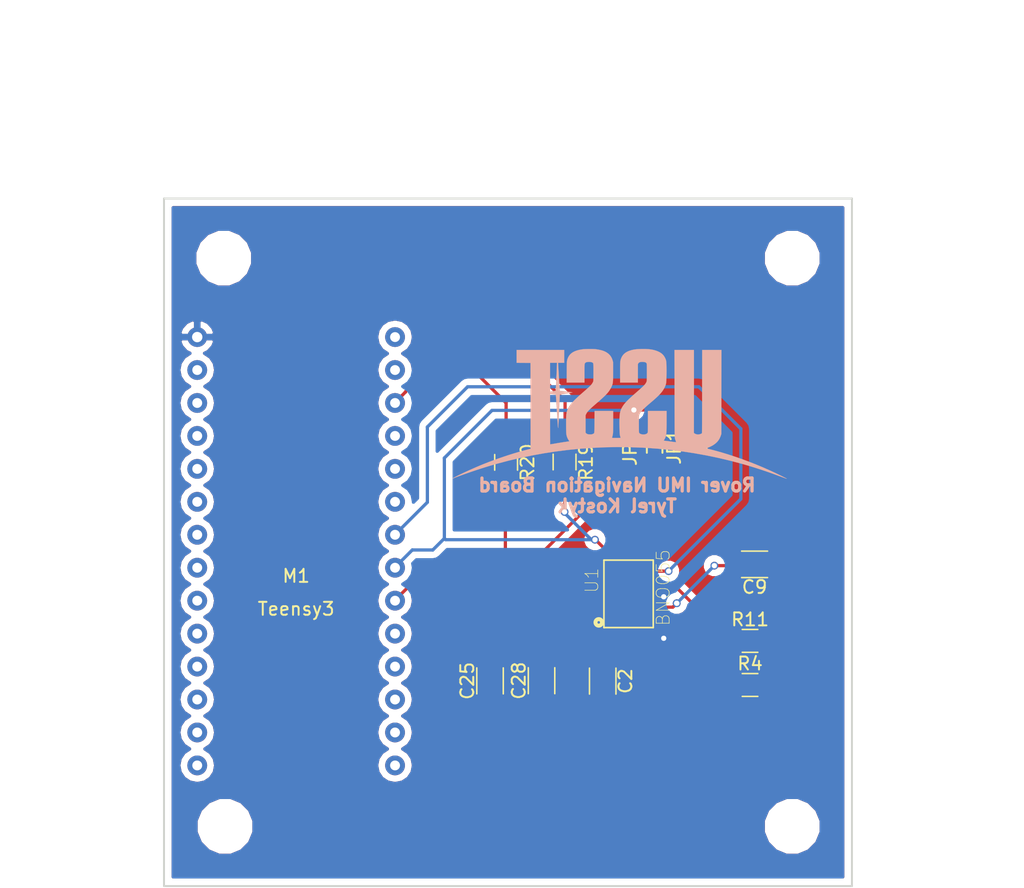
<source format=kicad_pcb>
(kicad_pcb (version 4) (host pcbnew 4.0.4-stable)

  (general
    (links 40)
    (no_connects 5)
    (area 149.324999 89.324999 202.475001 142.475001)
    (thickness 1.6)
    (drawings 13)
    (tracks 149)
    (zones 0)
    (modules 17)
    (nets 11)
  )

  (page A4)
  (layers
    (0 F.Cu signal)
    (31 B.Cu signal)
    (32 B.Adhes user)
    (33 F.Adhes user)
    (34 B.Paste user)
    (35 F.Paste user)
    (36 B.SilkS user)
    (37 F.SilkS user)
    (38 B.Mask user)
    (39 F.Mask user)
    (40 Dwgs.User user)
    (41 Cmts.User user)
    (42 Eco1.User user)
    (43 Eco2.User user)
    (44 Edge.Cuts user)
    (45 Margin user)
    (46 B.CrtYd user)
    (47 F.CrtYd user)
    (48 B.Fab user)
    (49 F.Fab user)
  )

  (setup
    (last_trace_width 0.25)
    (trace_clearance 0.2)
    (zone_clearance 0.508)
    (zone_45_only no)
    (trace_min 0.2)
    (segment_width 0.2)
    (edge_width 0.15)
    (via_size 0.6)
    (via_drill 0.4)
    (via_min_size 0.4)
    (via_min_drill 0.3)
    (uvia_size 0.3)
    (uvia_drill 0.1)
    (uvias_allowed no)
    (uvia_min_size 0.2)
    (uvia_min_drill 0.1)
    (pcb_text_width 0.3)
    (pcb_text_size 1.5 1.5)
    (mod_edge_width 0.15)
    (mod_text_size 1 1)
    (mod_text_width 0.15)
    (pad_size 1.524 1.524)
    (pad_drill 0.762)
    (pad_to_mask_clearance 0.2)
    (aux_axis_origin 0 0)
    (visible_elements 7FFFFFFF)
    (pcbplotparams
      (layerselection 0x00030_80000001)
      (usegerberextensions false)
      (excludeedgelayer true)
      (linewidth 0.100000)
      (plotframeref false)
      (viasonmask false)
      (mode 1)
      (useauxorigin false)
      (hpglpennumber 1)
      (hpglpenspeed 20)
      (hpglpendiameter 15)
      (hpglpenoverlay 2)
      (psnegative false)
      (psa4output false)
      (plotreference true)
      (plotvalue true)
      (plotinvisibletext false)
      (padsonsilk false)
      (subtractmaskfromsilk false)
      (outputformat 1)
      (mirror false)
      (drillshape 1)
      (scaleselection 1)
      (outputdirectory ""))
  )

  (net 0 "")
  (net 1 "Net-(C2-Pad1)")
  (net 2 +3V3)
  (net 3 GND)
  (net 4 "Net-(C9-Pad2)")
  (net 5 /SCL)
  (net 6 /SDA)
  (net 7 /INT)
  (net 8 "Net-(R4-Pad1)")
  (net 9 "Net-(R11-Pad1)")
  (net 10 "Net-(JP1-Pad1)")

  (net_class Default "This is the default net class."
    (clearance 0.2)
    (trace_width 0.25)
    (via_dia 0.6)
    (via_drill 0.4)
    (uvia_dia 0.3)
    (uvia_drill 0.1)
    (add_net +3V3)
    (add_net /INT)
    (add_net /SCL)
    (add_net /SDA)
    (add_net GND)
    (add_net "Net-(C2-Pad1)")
    (add_net "Net-(C9-Pad2)")
    (add_net "Net-(JP1-Pad1)")
    (add_net "Net-(R11-Pad1)")
    (add_net "Net-(R4-Pad1)")
  )

  (module Mounting_Holes:MountingHole_3.2mm_M3 (layer F.Cu) (tedit 593F41BF) (tstamp 593DCDAB)
    (at 154 94)
    (descr "Mounting Hole 3.2mm, no annular, M3")
    (tags "mounting hole 3.2mm no annular m3")
    (fp_text reference REF** (at 0 -4.2) (layer F.SilkS) hide
      (effects (font (size 1 1) (thickness 0.15)))
    )
    (fp_text value MountingHole_3.2mm_M3 (at 0 4.2) (layer F.Fab) hide
      (effects (font (size 1 1) (thickness 0.15)))
    )
    (fp_circle (center 0 0) (end 3.2 0) (layer Cmts.User) (width 0.15))
    (fp_circle (center 0 0) (end 3.45 0) (layer F.CrtYd) (width 0.05))
    (pad 1 np_thru_hole circle (at 0 0) (size 3.2 3.2) (drill 3.2) (layers *.Cu *.Mask))
  )

  (module Mounting_Holes:MountingHole_3.2mm_M3 (layer F.Cu) (tedit 593F41B5) (tstamp 593DCDA5)
    (at 197.8 137.8)
    (descr "Mounting Hole 3.2mm, no annular, M3")
    (tags "mounting hole 3.2mm no annular m3")
    (fp_text reference REF** (at 0 -4.2) (layer F.SilkS) hide
      (effects (font (size 1 1) (thickness 0.15)))
    )
    (fp_text value MountingHole_3.2mm_M3 (at 0 4.2) (layer F.Fab) hide
      (effects (font (size 1 1) (thickness 0.15)))
    )
    (fp_circle (center 0 0) (end 3.2 0) (layer Cmts.User) (width 0.15))
    (fp_circle (center 0 0) (end 3.45 0) (layer F.CrtYd) (width 0.05))
    (pad 1 np_thru_hole circle (at 0 0) (size 3.2 3.2) (drill 3.2) (layers *.Cu *.Mask))
  )

  (module Mounting_Holes:MountingHole_3.2mm_M3 (layer F.Cu) (tedit 593F41BB) (tstamp 593DCD9E)
    (at 197.8 94)
    (descr "Mounting Hole 3.2mm, no annular, M3")
    (tags "mounting hole 3.2mm no annular m3")
    (fp_text reference REF** (at 0 -4.2) (layer F.SilkS) hide
      (effects (font (size 1 1) (thickness 0.15)))
    )
    (fp_text value MountingHole_3.2mm_M3 (at 0 4.2) (layer F.Fab) hide
      (effects (font (size 1 1) (thickness 0.15)))
    )
    (fp_circle (center 0 0) (end 3.2 0) (layer Cmts.User) (width 0.15))
    (fp_circle (center 0 0) (end 3.45 0) (layer F.CrtYd) (width 0.05))
    (pad 1 np_thru_hole circle (at 0 0) (size 3.2 3.2) (drill 3.2) (layers *.Cu *.Mask))
  )

  (module Capacitors_SMD:C_1206 (layer F.Cu) (tedit 58AA84B8) (tstamp 593DCC09)
    (at 183.2 126.6 270)
    (descr "Capacitor SMD 1206, reflow soldering, AVX (see smccp.pdf)")
    (tags "capacitor 1206")
    (path /593A2C06)
    (attr smd)
    (fp_text reference C2 (at 0 -1.75 270) (layer F.SilkS)
      (effects (font (size 1 1) (thickness 0.15)))
    )
    (fp_text value 100nF (at 0 2 270) (layer F.Fab)
      (effects (font (size 1 1) (thickness 0.15)))
    )
    (fp_text user %R (at 0 -1.75 270) (layer F.Fab)
      (effects (font (size 1 1) (thickness 0.15)))
    )
    (fp_line (start -1.6 0.8) (end -1.6 -0.8) (layer F.Fab) (width 0.1))
    (fp_line (start 1.6 0.8) (end -1.6 0.8) (layer F.Fab) (width 0.1))
    (fp_line (start 1.6 -0.8) (end 1.6 0.8) (layer F.Fab) (width 0.1))
    (fp_line (start -1.6 -0.8) (end 1.6 -0.8) (layer F.Fab) (width 0.1))
    (fp_line (start 1 -1.02) (end -1 -1.02) (layer F.SilkS) (width 0.12))
    (fp_line (start -1 1.02) (end 1 1.02) (layer F.SilkS) (width 0.12))
    (fp_line (start -2.25 -1.05) (end 2.25 -1.05) (layer F.CrtYd) (width 0.05))
    (fp_line (start -2.25 -1.05) (end -2.25 1.05) (layer F.CrtYd) (width 0.05))
    (fp_line (start 2.25 1.05) (end 2.25 -1.05) (layer F.CrtYd) (width 0.05))
    (fp_line (start 2.25 1.05) (end -2.25 1.05) (layer F.CrtYd) (width 0.05))
    (pad 1 smd rect (at -1.5 0 270) (size 1 1.6) (layers F.Cu F.Paste F.Mask)
      (net 1 "Net-(C2-Pad1)"))
    (pad 2 smd rect (at 1.5 0 270) (size 1 1.6) (layers F.Cu F.Paste F.Mask)
      (net 2 +3V3))
    (model Capacitors_SMD.3dshapes/C_1206.wrl
      (at (xyz 0 0 0))
      (scale (xyz 1 1 1))
      (rotate (xyz 0 0 0))
    )
  )

  (module Capacitors_SMD:C_1206 (layer F.Cu) (tedit 58AA84B8) (tstamp 593DCC1A)
    (at 194.9 117.6 180)
    (descr "Capacitor SMD 1206, reflow soldering, AVX (see smccp.pdf)")
    (tags "capacitor 1206")
    (path /593A1D9F)
    (attr smd)
    (fp_text reference C9 (at 0 -1.75 180) (layer F.SilkS)
      (effects (font (size 1 1) (thickness 0.15)))
    )
    (fp_text value 100nF (at 0 2 180) (layer F.Fab)
      (effects (font (size 1 1) (thickness 0.15)))
    )
    (fp_text user %R (at 0 -1.75 180) (layer F.Fab)
      (effects (font (size 1 1) (thickness 0.15)))
    )
    (fp_line (start -1.6 0.8) (end -1.6 -0.8) (layer F.Fab) (width 0.1))
    (fp_line (start 1.6 0.8) (end -1.6 0.8) (layer F.Fab) (width 0.1))
    (fp_line (start 1.6 -0.8) (end 1.6 0.8) (layer F.Fab) (width 0.1))
    (fp_line (start -1.6 -0.8) (end 1.6 -0.8) (layer F.Fab) (width 0.1))
    (fp_line (start 1 -1.02) (end -1 -1.02) (layer F.SilkS) (width 0.12))
    (fp_line (start -1 1.02) (end 1 1.02) (layer F.SilkS) (width 0.12))
    (fp_line (start -2.25 -1.05) (end 2.25 -1.05) (layer F.CrtYd) (width 0.05))
    (fp_line (start -2.25 -1.05) (end -2.25 1.05) (layer F.CrtYd) (width 0.05))
    (fp_line (start 2.25 1.05) (end 2.25 -1.05) (layer F.CrtYd) (width 0.05))
    (fp_line (start 2.25 1.05) (end -2.25 1.05) (layer F.CrtYd) (width 0.05))
    (pad 1 smd rect (at -1.5 0 180) (size 1 1.6) (layers F.Cu F.Paste F.Mask)
      (net 3 GND))
    (pad 2 smd rect (at 1.5 0 180) (size 1 1.6) (layers F.Cu F.Paste F.Mask)
      (net 4 "Net-(C9-Pad2)"))
    (model Capacitors_SMD.3dshapes/C_1206.wrl
      (at (xyz 0 0 0))
      (scale (xyz 1 1 1))
      (rotate (xyz 0 0 0))
    )
  )

  (module Capacitors_SMD:C_1206 (layer F.Cu) (tedit 58AA84B8) (tstamp 593DCC2B)
    (at 174.518778 126.582534 90)
    (descr "Capacitor SMD 1206, reflow soldering, AVX (see smccp.pdf)")
    (tags "capacitor 1206")
    (path /593A4E3A)
    (attr smd)
    (fp_text reference C25 (at 0 -1.75 90) (layer F.SilkS)
      (effects (font (size 1 1) (thickness 0.15)))
    )
    (fp_text value 6.8nF (at 0 2 90) (layer F.Fab)
      (effects (font (size 1 1) (thickness 0.15)))
    )
    (fp_text user %R (at 0 -1.75 90) (layer F.Fab)
      (effects (font (size 1 1) (thickness 0.15)))
    )
    (fp_line (start -1.6 0.8) (end -1.6 -0.8) (layer F.Fab) (width 0.1))
    (fp_line (start 1.6 0.8) (end -1.6 0.8) (layer F.Fab) (width 0.1))
    (fp_line (start 1.6 -0.8) (end 1.6 0.8) (layer F.Fab) (width 0.1))
    (fp_line (start -1.6 -0.8) (end 1.6 -0.8) (layer F.Fab) (width 0.1))
    (fp_line (start 1 -1.02) (end -1 -1.02) (layer F.SilkS) (width 0.12))
    (fp_line (start -1 1.02) (end 1 1.02) (layer F.SilkS) (width 0.12))
    (fp_line (start -2.25 -1.05) (end 2.25 -1.05) (layer F.CrtYd) (width 0.05))
    (fp_line (start -2.25 -1.05) (end -2.25 1.05) (layer F.CrtYd) (width 0.05))
    (fp_line (start 2.25 1.05) (end 2.25 -1.05) (layer F.CrtYd) (width 0.05))
    (fp_line (start 2.25 1.05) (end -2.25 1.05) (layer F.CrtYd) (width 0.05))
    (pad 1 smd rect (at -1.5 0 90) (size 1 1.6) (layers F.Cu F.Paste F.Mask)
      (net 2 +3V3))
    (pad 2 smd rect (at 1.5 0 90) (size 1 1.6) (layers F.Cu F.Paste F.Mask)
      (net 3 GND))
    (model Capacitors_SMD.3dshapes/C_1206.wrl
      (at (xyz 0 0 0))
      (scale (xyz 1 1 1))
      (rotate (xyz 0 0 0))
    )
  )

  (module Capacitors_SMD:C_1206 (layer F.Cu) (tedit 58AA84B8) (tstamp 593DCC3C)
    (at 178.486578 126.568174 90)
    (descr "Capacitor SMD 1206, reflow soldering, AVX (see smccp.pdf)")
    (tags "capacitor 1206")
    (path /593A4DEA)
    (attr smd)
    (fp_text reference C28 (at 0 -1.75 90) (layer F.SilkS)
      (effects (font (size 1 1) (thickness 0.15)))
    )
    (fp_text value 120nF (at 0 2 90) (layer F.Fab)
      (effects (font (size 1 1) (thickness 0.15)))
    )
    (fp_text user %R (at 0 -1.75 90) (layer F.Fab)
      (effects (font (size 1 1) (thickness 0.15)))
    )
    (fp_line (start -1.6 0.8) (end -1.6 -0.8) (layer F.Fab) (width 0.1))
    (fp_line (start 1.6 0.8) (end -1.6 0.8) (layer F.Fab) (width 0.1))
    (fp_line (start 1.6 -0.8) (end 1.6 0.8) (layer F.Fab) (width 0.1))
    (fp_line (start -1.6 -0.8) (end 1.6 -0.8) (layer F.Fab) (width 0.1))
    (fp_line (start 1 -1.02) (end -1 -1.02) (layer F.SilkS) (width 0.12))
    (fp_line (start -1 1.02) (end 1 1.02) (layer F.SilkS) (width 0.12))
    (fp_line (start -2.25 -1.05) (end 2.25 -1.05) (layer F.CrtYd) (width 0.05))
    (fp_line (start -2.25 -1.05) (end -2.25 1.05) (layer F.CrtYd) (width 0.05))
    (fp_line (start 2.25 1.05) (end 2.25 -1.05) (layer F.CrtYd) (width 0.05))
    (fp_line (start 2.25 1.05) (end -2.25 1.05) (layer F.CrtYd) (width 0.05))
    (pad 1 smd rect (at -1.5 0 90) (size 1 1.6) (layers F.Cu F.Paste F.Mask)
      (net 2 +3V3))
    (pad 2 smd rect (at 1.5 0 90) (size 1 1.6) (layers F.Cu F.Paste F.Mask)
      (net 3 GND))
    (model Capacitors_SMD.3dshapes/C_1206.wrl
      (at (xyz 0 0 0))
      (scale (xyz 1 1 1))
      (rotate (xyz 0 0 0))
    )
  )

  (module Resistors_SMD:R_0805 (layer F.Cu) (tedit 58E0A804) (tstamp 593DCC71)
    (at 194.55 126.9)
    (descr "Resistor SMD 0805, reflow soldering, Vishay (see dcrcw.pdf)")
    (tags "resistor 0805")
    (path /593A32D0)
    (attr smd)
    (fp_text reference R4 (at 0 -1.65) (layer F.SilkS)
      (effects (font (size 1 1) (thickness 0.15)))
    )
    (fp_text value 10k (at 0 1.75) (layer F.Fab)
      (effects (font (size 1 1) (thickness 0.15)))
    )
    (fp_text user %R (at 0 0) (layer F.Fab)
      (effects (font (size 0.5 0.5) (thickness 0.075)))
    )
    (fp_line (start -1 0.62) (end -1 -0.62) (layer F.Fab) (width 0.1))
    (fp_line (start 1 0.62) (end -1 0.62) (layer F.Fab) (width 0.1))
    (fp_line (start 1 -0.62) (end 1 0.62) (layer F.Fab) (width 0.1))
    (fp_line (start -1 -0.62) (end 1 -0.62) (layer F.Fab) (width 0.1))
    (fp_line (start 0.6 0.88) (end -0.6 0.88) (layer F.SilkS) (width 0.12))
    (fp_line (start -0.6 -0.88) (end 0.6 -0.88) (layer F.SilkS) (width 0.12))
    (fp_line (start -1.55 -0.9) (end 1.55 -0.9) (layer F.CrtYd) (width 0.05))
    (fp_line (start -1.55 -0.9) (end -1.55 0.9) (layer F.CrtYd) (width 0.05))
    (fp_line (start 1.55 0.9) (end 1.55 -0.9) (layer F.CrtYd) (width 0.05))
    (fp_line (start 1.55 0.9) (end -1.55 0.9) (layer F.CrtYd) (width 0.05))
    (pad 1 smd rect (at -0.95 0) (size 0.7 1.3) (layers F.Cu F.Paste F.Mask)
      (net 8 "Net-(R4-Pad1)"))
    (pad 2 smd rect (at 0.95 0) (size 0.7 1.3) (layers F.Cu F.Paste F.Mask)
      (net 2 +3V3))
    (model ${KISYS3DMOD}/Resistors_SMD.3dshapes/R_0805.wrl
      (at (xyz 0 0 0))
      (scale (xyz 1 1 1))
      (rotate (xyz 0 0 0))
    )
  )

  (module Resistors_SMD:R_0805 (layer F.Cu) (tedit 58E0A804) (tstamp 593DCC82)
    (at 194.55 123.5)
    (descr "Resistor SMD 0805, reflow soldering, Vishay (see dcrcw.pdf)")
    (tags "resistor 0805")
    (path /593A3289)
    (attr smd)
    (fp_text reference R11 (at 0 -1.65) (layer F.SilkS)
      (effects (font (size 1 1) (thickness 0.15)))
    )
    (fp_text value 10k (at 0 1.75) (layer F.Fab)
      (effects (font (size 1 1) (thickness 0.15)))
    )
    (fp_text user %R (at 0 0) (layer F.Fab)
      (effects (font (size 0.5 0.5) (thickness 0.075)))
    )
    (fp_line (start -1 0.62) (end -1 -0.62) (layer F.Fab) (width 0.1))
    (fp_line (start 1 0.62) (end -1 0.62) (layer F.Fab) (width 0.1))
    (fp_line (start 1 -0.62) (end 1 0.62) (layer F.Fab) (width 0.1))
    (fp_line (start -1 -0.62) (end 1 -0.62) (layer F.Fab) (width 0.1))
    (fp_line (start 0.6 0.88) (end -0.6 0.88) (layer F.SilkS) (width 0.12))
    (fp_line (start -0.6 -0.88) (end 0.6 -0.88) (layer F.SilkS) (width 0.12))
    (fp_line (start -1.55 -0.9) (end 1.55 -0.9) (layer F.CrtYd) (width 0.05))
    (fp_line (start -1.55 -0.9) (end -1.55 0.9) (layer F.CrtYd) (width 0.05))
    (fp_line (start 1.55 0.9) (end 1.55 -0.9) (layer F.CrtYd) (width 0.05))
    (fp_line (start 1.55 0.9) (end -1.55 0.9) (layer F.CrtYd) (width 0.05))
    (pad 1 smd rect (at -0.95 0) (size 0.7 1.3) (layers F.Cu F.Paste F.Mask)
      (net 9 "Net-(R11-Pad1)"))
    (pad 2 smd rect (at 0.95 0) (size 0.7 1.3) (layers F.Cu F.Paste F.Mask)
      (net 2 +3V3))
    (model ${KISYS3DMOD}/Resistors_SMD.3dshapes/R_0805.wrl
      (at (xyz 0 0 0))
      (scale (xyz 1 1 1))
      (rotate (xyz 0 0 0))
    )
  )

  (module Resistors_SMD:R_0805 (layer F.Cu) (tedit 58E0A804) (tstamp 593DCC93)
    (at 180.26079 109.709636 270)
    (descr "Resistor SMD 0805, reflow soldering, Vishay (see dcrcw.pdf)")
    (tags "resistor 0805")
    (path /593A2705)
    (attr smd)
    (fp_text reference R19 (at 0 -1.65 270) (layer F.SilkS)
      (effects (font (size 1 1) (thickness 0.15)))
    )
    (fp_text value 3.3k (at 0 1.75 270) (layer F.Fab)
      (effects (font (size 1 1) (thickness 0.15)))
    )
    (fp_text user %R (at 0 0 270) (layer F.Fab)
      (effects (font (size 0.5 0.5) (thickness 0.075)))
    )
    (fp_line (start -1 0.62) (end -1 -0.62) (layer F.Fab) (width 0.1))
    (fp_line (start 1 0.62) (end -1 0.62) (layer F.Fab) (width 0.1))
    (fp_line (start 1 -0.62) (end 1 0.62) (layer F.Fab) (width 0.1))
    (fp_line (start -1 -0.62) (end 1 -0.62) (layer F.Fab) (width 0.1))
    (fp_line (start 0.6 0.88) (end -0.6 0.88) (layer F.SilkS) (width 0.12))
    (fp_line (start -0.6 -0.88) (end 0.6 -0.88) (layer F.SilkS) (width 0.12))
    (fp_line (start -1.55 -0.9) (end 1.55 -0.9) (layer F.CrtYd) (width 0.05))
    (fp_line (start -1.55 -0.9) (end -1.55 0.9) (layer F.CrtYd) (width 0.05))
    (fp_line (start 1.55 0.9) (end 1.55 -0.9) (layer F.CrtYd) (width 0.05))
    (fp_line (start 1.55 0.9) (end -1.55 0.9) (layer F.CrtYd) (width 0.05))
    (pad 1 smd rect (at -0.95 0 270) (size 0.7 1.3) (layers F.Cu F.Paste F.Mask)
      (net 2 +3V3))
    (pad 2 smd rect (at 0.95 0 270) (size 0.7 1.3) (layers F.Cu F.Paste F.Mask)
      (net 5 /SCL))
    (model ${KISYS3DMOD}/Resistors_SMD.3dshapes/R_0805.wrl
      (at (xyz 0 0 0))
      (scale (xyz 1 1 1))
      (rotate (xyz 0 0 0))
    )
  )

  (module Resistors_SMD:R_0805 (layer F.Cu) (tedit 58E0A804) (tstamp 593DCCA4)
    (at 175.7571 109.736752 270)
    (descr "Resistor SMD 0805, reflow soldering, Vishay (see dcrcw.pdf)")
    (tags "resistor 0805")
    (path /593A26D4)
    (attr smd)
    (fp_text reference R20 (at 0 -1.65 270) (layer F.SilkS)
      (effects (font (size 1 1) (thickness 0.15)))
    )
    (fp_text value 2.7k (at 0 1.75 270) (layer F.Fab)
      (effects (font (size 1 1) (thickness 0.15)))
    )
    (fp_text user %R (at 0 0 270) (layer F.Fab)
      (effects (font (size 0.5 0.5) (thickness 0.075)))
    )
    (fp_line (start -1 0.62) (end -1 -0.62) (layer F.Fab) (width 0.1))
    (fp_line (start 1 0.62) (end -1 0.62) (layer F.Fab) (width 0.1))
    (fp_line (start 1 -0.62) (end 1 0.62) (layer F.Fab) (width 0.1))
    (fp_line (start -1 -0.62) (end 1 -0.62) (layer F.Fab) (width 0.1))
    (fp_line (start 0.6 0.88) (end -0.6 0.88) (layer F.SilkS) (width 0.12))
    (fp_line (start -0.6 -0.88) (end 0.6 -0.88) (layer F.SilkS) (width 0.12))
    (fp_line (start -1.55 -0.9) (end 1.55 -0.9) (layer F.CrtYd) (width 0.05))
    (fp_line (start -1.55 -0.9) (end -1.55 0.9) (layer F.CrtYd) (width 0.05))
    (fp_line (start 1.55 0.9) (end 1.55 -0.9) (layer F.CrtYd) (width 0.05))
    (fp_line (start 1.55 0.9) (end -1.55 0.9) (layer F.CrtYd) (width 0.05))
    (pad 1 smd rect (at -0.95 0 270) (size 0.7 1.3) (layers F.Cu F.Paste F.Mask)
      (net 2 +3V3))
    (pad 2 smd rect (at 0.95 0 270) (size 0.7 1.3) (layers F.Cu F.Paste F.Mask)
      (net 6 /SDA))
    (model ${KISYS3DMOD}/Resistors_SMD.3dshapes/R_0805.wrl
      (at (xyz 0 0 0))
      (scale (xyz 1 1 1))
      (rotate (xyz 0 0 0))
    )
  )

  (module BNO055:LGA28R50P4X10_380X520X100 (layer F.Cu) (tedit 0) (tstamp 593DCCCD)
    (at 185.1935 119.874 90)
    (path /593A16A2)
    (attr smd)
    (fp_text reference U1 (at 1.04 -2.835 90) (layer F.SilkS)
      (effects (font (size 1 1) (thickness 0.05)))
    )
    (fp_text value BNO055 (at 0.475 2.665 90) (layer F.SilkS)
      (effects (font (size 1 1) (thickness 0.05)))
    )
    (fp_line (start -2.6 -1.9) (end -2.6 1.9) (layer F.SilkS) (width 0.127))
    (fp_line (start -2.6 1.9) (end 2.6 1.9) (layer F.SilkS) (width 0.127))
    (fp_line (start 2.6 1.9) (end 2.6 -1.9) (layer F.SilkS) (width 0.127))
    (fp_line (start 2.6 -1.9) (end -2.6 -1.9) (layer F.SilkS) (width 0.127))
    (fp_line (start -2.9 -2.2) (end 2.9 -2.2) (layer Dwgs.User) (width 0.127))
    (fp_line (start 2.9 -2.2) (end 2.9 2.2) (layer Dwgs.User) (width 0.127))
    (fp_line (start 2.9 2.2) (end -2.9 2.2) (layer Dwgs.User) (width 0.127))
    (fp_line (start -2.9 2.2) (end -2.9 -2.2) (layer Dwgs.User) (width 0.127))
    (fp_circle (center -2.2 -2.3) (end -2.1 -2.3) (layer F.SilkS) (width 0.3048))
    (pad 1 smd rect (at -2.25 -1.5625 270) (size 0.3 0.525) (layers F.Cu F.Paste F.Mask))
    (pad 2 smd rect (at -2.3125 -0.75) (size 0.3 0.425) (layers F.Cu F.Paste F.Mask)
      (net 1 "Net-(C2-Pad1)"))
    (pad 3 smd rect (at -2.3125 -0.25) (size 0.3 0.425) (layers F.Cu F.Paste F.Mask)
      (net 2 +3V3))
    (pad 4 smd rect (at -2.3125 0.25) (size 0.3 0.425) (layers F.Cu F.Paste F.Mask)
      (net 8 "Net-(R4-Pad1)"))
    (pad 5 smd rect (at -2.3125 0.75) (size 0.3 0.425) (layers F.Cu F.Paste F.Mask)
      (net 3 GND))
    (pad 6 smd rect (at -2.25 1.5625 270) (size 0.3 0.525) (layers F.Cu F.Paste F.Mask)
      (net 3 GND))
    (pad 7 smd rect (at -1.75 1.5625 270) (size 0.3 0.525) (layers F.Cu F.Paste F.Mask))
    (pad 8 smd rect (at -1.25 1.5625 270) (size 0.3 0.525) (layers F.Cu F.Paste F.Mask))
    (pad 9 smd rect (at -0.75 1.5625 270) (size 0.3 0.525) (layers F.Cu F.Paste F.Mask)
      (net 4 "Net-(C9-Pad2)"))
    (pad 10 smd rect (at -0.25 1.5625 270) (size 0.3 0.525) (layers F.Cu F.Paste F.Mask)
      (net 3 GND))
    (pad 11 smd rect (at 0.25 1.5625 270) (size 0.3 0.525) (layers F.Cu F.Paste F.Mask)
      (net 9 "Net-(R11-Pad1)"))
    (pad 12 smd rect (at 0.75 1.5625 270) (size 0.3 0.525) (layers F.Cu F.Paste F.Mask))
    (pad 13 smd rect (at 1.25 1.5625 270) (size 0.3 0.525) (layers F.Cu F.Paste F.Mask))
    (pad 14 smd rect (at 1.75 1.5625 270) (size 0.3 0.525) (layers F.Cu F.Paste F.Mask)
      (net 7 /INT))
    (pad 15 smd rect (at 2.25 1.5625 270) (size 0.3 0.525) (layers F.Cu F.Paste F.Mask)
      (net 3 GND))
    (pad 16 smd rect (at 2.3125 0.75) (size 0.3 0.425) (layers F.Cu F.Paste F.Mask)
      (net 3 GND))
    (pad 17 smd rect (at 2.3125 0.25) (size 0.3 0.425) (layers F.Cu F.Paste F.Mask)
      (net 10 "Net-(JP1-Pad1)"))
    (pad 18 smd rect (at 2.3125 -0.25) (size 0.3 0.425) (layers F.Cu F.Paste F.Mask)
      (net 3 GND))
    (pad 19 smd rect (at 2.3125 -0.75) (size 0.3 0.425) (layers F.Cu F.Paste F.Mask)
      (net 5 /SCL))
    (pad 20 smd rect (at 2.25 -1.5625 270) (size 0.3 0.525) (layers F.Cu F.Paste F.Mask)
      (net 6 /SDA))
    (pad 21 smd rect (at 1.75 -1.5625 270) (size 0.3 0.525) (layers F.Cu F.Paste F.Mask))
    (pad 22 smd rect (at 1.25 -1.5625 270) (size 0.3 0.525) (layers F.Cu F.Paste F.Mask))
    (pad 23 smd rect (at 0.75 -1.5625 270) (size 0.3 0.525) (layers F.Cu F.Paste F.Mask))
    (pad 24 smd rect (at 0.25 -1.5625 270) (size 0.3 0.525) (layers F.Cu F.Paste F.Mask))
    (pad 25 smd rect (at -0.25 -1.5625 270) (size 0.3 0.525) (layers F.Cu F.Paste F.Mask)
      (net 3 GND))
    (pad 26 smd rect (at -0.75 -1.5625 270) (size 0.3 0.525) (layers F.Cu F.Paste F.Mask))
    (pad 27 smd rect (at -1.25 -1.5625 270) (size 0.3 0.525) (layers F.Cu F.Paste F.Mask))
    (pad 28 smd rect (at -1.75 -1.5625 270) (size 0.3 0.525) (layers F.Cu F.Paste F.Mask)
      (net 2 +3V3))
  )

  (module Mounting_Holes:MountingHole_3.2mm_M3 (layer F.Cu) (tedit 593F41B1) (tstamp 593DCD9A)
    (at 154.1 137.8)
    (descr "Mounting Hole 3.2mm, no annular, M3")
    (tags "mounting hole 3.2mm no annular m3")
    (fp_text reference REF** (at 0 -4.2) (layer F.SilkS) hide
      (effects (font (size 1 1) (thickness 0.15)))
    )
    (fp_text value MountingHole_3.2mm_M3 (at 0 4.2) (layer F.Fab) hide
      (effects (font (size 1 1) (thickness 0.15)))
    )
    (fp_circle (center 0 0) (end 3.2 0) (layer Cmts.User) (width 0.15))
    (fp_circle (center 0 0) (end 3.45 0) (layer F.CrtYd) (width 0.05))
    (pad 1 np_thru_hole circle (at 0 0) (size 3.2 3.2) (drill 3.2) (layers *.Cu *.Mask))
  )

  (module USST-footprints:J_0603 (layer F.Cu) (tedit 58704FBD) (tstamp 593DD7FD)
    (at 190.6 108.55 90)
    (descr "Capacitor SMD 0603, reflow soldering, AVX (see smccp.pdf)")
    (tags "capacitor 0603")
    (path /593DDD12)
    (attr smd)
    (fp_text reference JP1 (at 0 -1.9 90) (layer F.SilkS)
      (effects (font (size 1 1) (thickness 0.15)))
    )
    (fp_text value Jumper_NC_Small (at 0 1.9 90) (layer F.Fab)
      (effects (font (size 1 1) (thickness 0.15)))
    )
    (fp_line (start -0.8 0.4) (end -0.8 -0.4) (layer F.Fab) (width 0.15))
    (fp_line (start 0.8 0.4) (end -0.8 0.4) (layer F.Fab) (width 0.15))
    (fp_line (start 0.8 -0.4) (end 0.8 0.4) (layer F.Fab) (width 0.15))
    (fp_line (start -0.8 -0.4) (end 0.8 -0.4) (layer F.Fab) (width 0.15))
    (fp_line (start -1.45 -0.75) (end 1.45 -0.75) (layer F.CrtYd) (width 0.05))
    (fp_line (start -1.45 0.75) (end 1.45 0.75) (layer F.CrtYd) (width 0.05))
    (fp_line (start -1.45 -0.75) (end -1.45 0.75) (layer F.CrtYd) (width 0.05))
    (fp_line (start 1.45 -0.75) (end 1.45 0.75) (layer F.CrtYd) (width 0.05))
    (fp_line (start -0.35 -0.6) (end 0.35 -0.6) (layer F.SilkS) (width 0.15))
    (fp_line (start 0.35 0.6) (end -0.35 0.6) (layer F.SilkS) (width 0.15))
    (pad 1 smd rect (at -0.75 0 90) (size 0.8 0.75) (layers F.Cu F.Paste F.Mask)
      (net 10 "Net-(JP1-Pad1)"))
    (pad 2 smd rect (at 0.75 0 90) (size 0.8 0.75) (layers F.Cu F.Paste F.Mask)
      (net 5 /SCL))
    (pad 2 smd trapezoid (at 0.5588 0 270) (size 0.6 0.75) (rect_delta 0 0.55 ) (layers F.Cu F.Paste F.Mask)
      (net 5 /SCL))
    (pad 2 smd trapezoid (at 0.5588 0 90) (size 0.6 0.75) (rect_delta 0 0.55 ) (layers F.Cu F.Paste F.Mask)
      (net 5 /SCL))
    (pad 1 smd trapezoid (at -0.508 0.18796 270) (size 0.7 0.376) (rect_delta 0 0.3 ) (layers F.Cu F.Paste F.Mask)
      (net 10 "Net-(JP1-Pad1)"))
    (pad 1 smd trapezoid (at -0.508 -0.18796 90) (size 0.7 0.376) (rect_delta 0 0.3 ) (layers F.Cu F.Paste F.Mask)
      (net 10 "Net-(JP1-Pad1)"))
    (model Capacitors_SMD.3dshapes/C_0603.wrl
      (at (xyz 0 0 0))
      (scale (xyz 1 1 1))
      (rotate (xyz 0 0 0))
    )
  )

  (module USST-footprints:J_0603 (layer F.Cu) (tedit 58704FBD) (tstamp 593DD811)
    (at 187.2 108.65 90)
    (descr "Capacitor SMD 0603, reflow soldering, AVX (see smccp.pdf)")
    (tags "capacitor 0603")
    (path /593DDD61)
    (attr smd)
    (fp_text reference JP2 (at 0 -1.9 90) (layer F.SilkS)
      (effects (font (size 1 1) (thickness 0.15)))
    )
    (fp_text value Jumper_NO_Small (at 0 1.9 90) (layer F.Fab)
      (effects (font (size 1 1) (thickness 0.15)))
    )
    (fp_line (start -0.8 0.4) (end -0.8 -0.4) (layer F.Fab) (width 0.15))
    (fp_line (start 0.8 0.4) (end -0.8 0.4) (layer F.Fab) (width 0.15))
    (fp_line (start 0.8 -0.4) (end 0.8 0.4) (layer F.Fab) (width 0.15))
    (fp_line (start -0.8 -0.4) (end 0.8 -0.4) (layer F.Fab) (width 0.15))
    (fp_line (start -1.45 -0.75) (end 1.45 -0.75) (layer F.CrtYd) (width 0.05))
    (fp_line (start -1.45 0.75) (end 1.45 0.75) (layer F.CrtYd) (width 0.05))
    (fp_line (start -1.45 -0.75) (end -1.45 0.75) (layer F.CrtYd) (width 0.05))
    (fp_line (start 1.45 -0.75) (end 1.45 0.75) (layer F.CrtYd) (width 0.05))
    (fp_line (start -0.35 -0.6) (end 0.35 -0.6) (layer F.SilkS) (width 0.15))
    (fp_line (start 0.35 0.6) (end -0.35 0.6) (layer F.SilkS) (width 0.15))
    (pad 1 smd rect (at -0.75 0 90) (size 0.8 0.75) (layers F.Cu F.Paste F.Mask)
      (net 10 "Net-(JP1-Pad1)"))
    (pad 2 smd rect (at 0.75 0 90) (size 0.8 0.75) (layers F.Cu F.Paste F.Mask)
      (net 6 /SDA))
    (pad 2 smd trapezoid (at 0.5588 0 270) (size 0.6 0.75) (rect_delta 0 0.55 ) (layers F.Cu F.Paste F.Mask)
      (net 6 /SDA))
    (pad 2 smd trapezoid (at 0.5588 0 90) (size 0.6 0.75) (rect_delta 0 0.55 ) (layers F.Cu F.Paste F.Mask)
      (net 6 /SDA))
    (pad 1 smd trapezoid (at -0.508 0.18796 270) (size 0.7 0.376) (rect_delta 0 0.3 ) (layers F.Cu F.Paste F.Mask)
      (net 10 "Net-(JP1-Pad1)"))
    (pad 1 smd trapezoid (at -0.508 -0.18796 90) (size 0.7 0.376) (rect_delta 0 0.3 ) (layers F.Cu F.Paste F.Mask)
      (net 10 "Net-(JP1-Pad1)"))
    (model Capacitors_SMD.3dshapes/C_0603.wrl
      (at (xyz 0 0 0))
      (scale (xyz 1 1 1))
      (rotate (xyz 0 0 0))
    )
  )

  (module USST-footprints:USSTLOGO (layer B.Cu) (tedit 0) (tstamp 593F4509)
    (at 184.5 106 180)
    (fp_text reference G*** (at 0 0 180) (layer B.SilkS) hide
      (effects (font (thickness 0.3)) (justify mirror))
    )
    (fp_text value LOGO (at 0.75 0 180) (layer B.SilkS) hide
      (effects (font (thickness 0.3)) (justify mirror))
    )
    (fp_poly (pts (xy -1.680139 5.000082) (xy -1.530762 4.995802) (xy -1.401803 4.989459) (xy -1.288325 4.980504)
      (xy -1.185391 4.96839) (xy -1.088066 4.95257) (xy -0.991412 4.932497) (xy -0.923927 4.916233)
      (xy -0.745662 4.8619) (xy -0.588671 4.794124) (xy -0.452417 4.712482) (xy -0.336366 4.616548)
      (xy -0.239981 4.505899) (xy -0.162726 4.38011) (xy -0.118139 4.278581) (xy -0.102607 4.236102)
      (xy -0.089222 4.195901) (xy -0.077824 4.155776) (xy -0.068256 4.113524) (xy -0.060357 4.066946)
      (xy -0.053969 4.013839) (xy -0.048933 3.952003) (xy -0.045089 3.879235) (xy -0.042278 3.793335)
      (xy -0.040342 3.6921) (xy -0.039121 3.573331) (xy -0.038456 3.434824) (xy -0.038188 3.274379)
      (xy -0.038152 3.171825) (xy -0.0381 2.413) (xy -1.4097 2.413) (xy -1.4097 3.12151)
      (xy -1.409701 3.830019) (xy -1.438275 3.886685) (xy -1.478064 3.937873) (xy -1.538261 3.975871)
      (xy -1.617309 4.000241) (xy -1.713651 4.010549) (xy -1.825729 4.006356) (xy -1.854178 4.00322)
      (xy -1.933606 3.990026) (xy -1.992651 3.971368) (xy -2.036135 3.944932) (xy -2.068879 3.908406)
      (xy -2.07645 3.896603) (xy -2.082163 3.886298) (xy -2.086948 3.874503) (xy -2.090889 3.859014)
      (xy -2.094067 3.837628) (xy -2.096564 3.808143) (xy -2.098461 3.768356) (xy -2.099842 3.716064)
      (xy -2.100787 3.649064) (xy -2.101378 3.565154) (xy -2.101698 3.46213) (xy -2.101828 3.337789)
      (xy -2.10185 3.2131) (xy -2.101814 3.060709) (xy -2.101544 2.931381) (xy -2.100801 2.822783)
      (xy -2.099346 2.732577) (xy -2.096941 2.658429) (xy -2.093345 2.598003) (xy -2.088319 2.548963)
      (xy -2.081624 2.508973) (xy -2.07302 2.475698) (xy -2.06227 2.446803) (xy -2.049132 2.419951)
      (xy -2.033368 2.392807) (xy -2.014761 2.363071) (xy -1.992261 2.328751) (xy -1.968076 2.294919)
      (xy -1.940733 2.260155) (xy -1.908758 2.223041) (xy -1.870679 2.182155) (xy -1.825021 2.136078)
      (xy -1.770313 2.083391) (xy -1.70508 2.022672) (xy -1.627849 1.952504) (xy -1.537147 1.871466)
      (xy -1.431502 1.778137) (xy -1.309439 1.671099) (xy -1.17475 1.553521) (xy -1.003105 1.402148)
      (xy -0.8508 1.263913) (xy -0.716436 1.137289) (xy -0.598615 1.02075) (xy -0.495939 0.912768)
      (xy -0.407009 0.811816) (xy -0.330427 0.716367) (xy -0.264794 0.624893) (xy -0.208711 0.535869)
      (xy -0.160781 0.447767) (xy -0.159144 0.4445) (xy -0.124573 0.371576) (xy -0.094663 0.299295)
      (xy -0.069134 0.225341) (xy -0.047704 0.1474) (xy -0.030093 0.063158) (xy -0.016022 -0.029702)
      (xy -0.005209 -0.133493) (xy 0.002626 -0.250531) (xy 0.007763 -0.38313) (xy 0.010484 -0.533606)
      (xy 0.011067 -0.704273) (xy 0.009795 -0.897445) (xy 0.009268 -0.945462) (xy 0.007253 -1.095539)
      (xy 0.004849 -1.223028) (xy 0.001831 -1.330744) (xy -0.002024 -1.4215) (xy -0.006942 -1.498108)
      (xy -0.013147 -1.563381) (xy -0.020862 -1.620132) (xy -0.030313 -1.671175) (xy -0.041722 -1.719322)
      (xy -0.055316 -1.767385) (xy -0.056607 -1.77165) (xy -0.067595 -1.809378) (xy -0.074657 -1.836724)
      (xy -0.076063 -1.844675) (xy -0.063956 -1.847227) (xy -0.029778 -1.84952) (xy 0.023143 -1.85146)
      (xy 0.091478 -1.85295) (xy 0.1719 -1.853895) (xy 0.254855 -1.8542) (xy 0.355112 -1.854104)
      (xy 0.432752 -1.85369) (xy 0.490556 -1.852767) (xy 0.531309 -1.851144) (xy 0.557791 -1.84863)
      (xy 0.572786 -1.845034) (xy 0.579077 -1.840166) (xy 0.579444 -1.833834) (xy 0.578929 -1.831975)
      (xy 0.555048 -1.745744) (xy 0.533101 -1.648118) (xy 0.515797 -1.55205) (xy 0.507855 -1.49225)
      (xy 0.505703 -1.459237) (xy 0.503666 -1.403387) (xy 0.501778 -1.327262) (xy 0.500075 -1.233426)
      (xy 0.49859 -1.124441) (xy 0.497358 -1.002869) (xy 0.496414 -0.871274) (xy 0.495791 -0.732217)
      (xy 0.495525 -0.588263) (xy 0.49552 -0.574675) (xy 0.4953 0.2286) (xy 1.929867 0.2286)
      (xy 1.933308 -0.606425) (xy 1.933925 -0.77719) (xy 1.93443 -0.924411) (xy 1.935066 -1.04994)
      (xy 1.93608 -1.15563) (xy 1.937715 -1.243335) (xy 1.940216 -1.314907) (xy 1.943827 -1.372199)
      (xy 1.948795 -1.417065) (xy 1.955362 -1.451356) (xy 1.963774 -1.476926) (xy 1.974276 -1.495629)
      (xy 1.987112 -1.509316) (xy 2.002527 -1.519841) (xy 2.020766 -1.529056) (xy 2.042072 -1.538816)
      (xy 2.0574 -1.546187) (xy 2.090169 -1.561547) (xy 2.119606 -1.571624) (xy 2.152487 -1.577515)
      (xy 2.195589 -1.580317) (xy 2.255688 -1.581129) (xy 2.2733 -1.58115) (xy 2.364316 -1.578517)
      (xy 2.43542 -1.569634) (xy 2.491645 -1.553021) (xy 2.538028 -1.527201) (xy 2.578935 -1.491381)
      (xy 2.62255 -1.446377) (xy 2.62255 -0.10795) (xy 2.577034 -0.0127) (xy 2.551322 0.037263)
      (xy 2.521552 0.086982) (xy 2.486263 0.137955) (xy 2.443991 0.191676) (xy 2.393273 0.249643)
      (xy 2.332646 0.313352) (xy 2.260647 0.384298) (xy 2.175813 0.463978) (xy 2.076681 0.553888)
      (xy 1.961788 0.655524) (xy 1.829672 0.770382) (xy 1.714221 0.869686) (xy 1.539288 1.021341)
      (xy 1.384153 1.159558) (xy 1.247745 1.28538) (xy 1.128993 1.399848) (xy 1.026828 1.504007)
      (xy 0.940179 1.598898) (xy 0.867975 1.685564) (xy 0.8424 1.718826) (xy 0.766521 1.828231)
      (xy 0.695619 1.945865) (xy 0.633673 2.064415) (xy 0.584659 2.176566) (xy 0.567359 2.22457)
      (xy 0.554181 2.265641) (xy 0.542886 2.304862) (xy 0.533331 2.344502) (xy 0.525372 2.386832)
      (xy 0.518868 2.434122) (xy 0.513676 2.488644) (xy 0.509653 2.552666) (xy 0.506656 2.628461)
      (xy 0.504544 2.718297) (xy 0.503173 2.824446) (xy 0.502401 2.949177) (xy 0.502086 3.094762)
      (xy 0.502084 3.263471) (xy 0.502084 3.2639) (xy 0.502518 3.99415) (xy 0.536193 4.117643)
      (xy 0.59045 4.273402) (xy 0.664036 4.412911) (xy 0.757385 4.536701) (xy 0.870929 4.645299)
      (xy 1.005104 4.739236) (xy 1.0795 4.780581) (xy 1.172713 4.824758) (xy 1.270262 4.862935)
      (xy 1.376312 4.896271) (xy 1.495026 4.925925) (xy 1.630567 4.953056) (xy 1.787099 4.978823)
      (xy 1.79705 4.980321) (xy 1.858858 4.987024) (xy 1.941543 4.992198) (xy 2.04063 4.995872)
      (xy 2.151643 4.998069) (xy 2.270105 4.998817) (xy 2.391542 4.998142) (xy 2.511478 4.996069)
      (xy 2.625438 4.992625) (xy 2.728946 4.987836) (xy 2.817525 4.981727) (xy 2.886702 4.974325)
      (xy 2.88925 4.973967) (xy 3.097636 4.93713) (xy 3.283829 4.88884) (xy 3.448514 4.828679)
      (xy 3.592377 4.756228) (xy 3.716104 4.671065) (xy 3.82038 4.572773) (xy 3.90589 4.460931)
      (xy 3.973321 4.33512) (xy 3.987149 4.302151) (xy 4.002815 4.262527) (xy 4.016325 4.22653)
      (xy 4.027852 4.191997) (xy 4.037568 4.156764) (xy 4.045643 4.118665) (xy 4.05225 4.075537)
      (xy 4.05756 4.025215) (xy 4.061745 3.965535) (xy 4.064977 3.894333) (xy 4.067427 3.809445)
      (xy 4.069267 3.708707) (xy 4.070669 3.589953) (xy 4.071805 3.45102) (xy 4.072845 3.289744)
      (xy 4.073286 3.216276) (xy 4.078087 2.413001) (xy 3.391593 2.413001) (xy 2.7051 2.413)
      (xy 2.7051 3.120191) (xy 2.705075 3.272214) (xy 2.704951 3.400957) (xy 2.704657 3.508542)
      (xy 2.704117 3.597087) (xy 2.703259 3.668715) (xy 2.702009 3.725545) (xy 2.700295 3.769698)
      (xy 2.698043 3.803294) (xy 2.69518 3.828454) (xy 2.691633 3.847299) (xy 2.687328 3.861948)
      (xy 2.682193 3.874522) (xy 2.678798 3.881712) (xy 2.648698 3.928094) (xy 2.607303 3.961757)
      (xy 2.550137 3.985259) (xy 2.472723 4.00116) (xy 2.46887 4.001713) (xy 2.351425 4.010701)
      (xy 2.244602 4.003606) (xy 2.15261 3.980812) (xy 2.127639 3.970563) (xy 2.103199 3.959633)
      (xy 2.082494 3.949645) (xy 2.065217 3.938521) (xy 2.051058 3.924186) (xy 2.039707 3.904563)
      (xy 2.030857 3.877577) (xy 2.024197 3.841151) (xy 2.019418 3.79321) (xy 2.016211 3.731676)
      (xy 2.014267 3.654475) (xy 2.013277 3.559529) (xy 2.012932 3.444763) (xy 2.012922 3.308101)
      (xy 2.01295 3.2004) (xy 2.012967 3.054825) (xy 2.01308 2.932382) (xy 2.013378 2.830801)
      (xy 2.013953 2.747815) (xy 2.014894 2.681155) (xy 2.016293 2.628552) (xy 2.018239 2.587737)
      (xy 2.020823 2.556443) (xy 2.024135 2.532401) (xy 2.028267 2.513342) (xy 2.033308 2.496997)
      (xy 2.039348 2.481099) (xy 2.041883 2.474807) (xy 2.064006 2.4285) (xy 2.095261 2.37334)
      (xy 2.129239 2.320564) (xy 2.132394 2.316057) (xy 2.152658 2.287761) (xy 2.17275 2.260956)
      (xy 2.194046 2.234355) (xy 2.217926 2.206668) (xy 2.245769 2.176605) (xy 2.278953 2.142877)
      (xy 2.318857 2.104195) (xy 2.36686 2.05927) (xy 2.42434 2.006812) (xy 2.492677 1.945533)
      (xy 2.573248 1.874142) (xy 2.667432 1.79135) (xy 2.776609 1.695869) (xy 2.902156 1.586409)
      (xy 3.045453 1.461681) (xy 3.053644 1.454555) (xy 3.128331 1.3882) (xy 3.213803 1.310008)
      (xy 3.30319 1.226405) (xy 3.389625 1.143816) (xy 3.466238 1.068667) (xy 3.467702 1.067205)
      (xy 3.608431 0.920939) (xy 3.728201 0.783498) (xy 3.82864 0.652092) (xy 3.911376 0.52393)
      (xy 3.97804 0.396221) (xy 4.030259 0.266174) (xy 4.069663 0.130999) (xy 4.09788 -0.012096)
      (xy 4.097974 -0.0127) (xy 4.1033 -0.049645) (xy 4.107748 -0.088106) (xy 4.111397 -0.130679)
      (xy 4.114322 -0.17996) (xy 4.1166 -0.238544) (xy 4.118308 -0.309028) (xy 4.119521 -0.394005)
      (xy 4.120316 -0.496073) (xy 4.12077 -0.617827) (xy 4.120958 -0.761863) (xy 4.120971 -0.79375)
      (xy 4.120825 -0.9579) (xy 4.120179 -1.099079) (xy 4.118869 -1.219711) (xy 4.116732 -1.322223)
      (xy 4.113605 -1.409041) (xy 4.109325 -1.482589) (xy 4.103728 -1.545295) (xy 4.096651 -1.599583)
      (xy 4.087931 -1.64788) (xy 4.077404 -1.692611) (xy 4.064908 -1.736202) (xy 4.055578 -1.7653)
      (xy 4.005704 -1.887959) (xy 3.936016 -2.012596) (xy 3.908183 -2.055117) (xy 3.888122 -2.0865)
      (xy 3.876605 -2.107988) (xy 3.87545 -2.113537) (xy 3.888735 -2.116239) (xy 3.923613 -2.121889)
      (xy 3.976519 -2.12995) (xy 4.043889 -2.139885) (xy 4.122155 -2.151156) (xy 4.17195 -2.158209)
      (xy 4.260159 -2.171103) (xy 4.367244 -2.187525) (xy 4.487084 -2.206492) (xy 4.613558 -2.227017)
      (xy 4.740545 -2.248117) (xy 4.861925 -2.268806) (xy 4.894204 -2.274414) (xy 4.996049 -2.292105)
      (xy 5.0903 -2.308312) (xy 5.173944 -2.322529) (xy 5.24397 -2.334251) (xy 5.297364 -2.342973)
      (xy 5.331115 -2.348189) (xy 5.341879 -2.3495) (xy 5.344261 -2.346482) (xy 5.346425 -2.336689)
      (xy 5.348379 -2.319015) (xy 5.350135 -2.29235) (xy 5.351701 -2.255588) (xy 5.353088 -2.20762)
      (xy 5.354306 -2.147339) (xy 5.355365 -2.073637) (xy 5.356275 -1.985407) (xy 5.357045 -1.88154)
      (xy 5.357686 -1.760929) (xy 5.358209 -1.622466) (xy 5.358622 -1.465043) (xy 5.358935 -1.287553)
      (xy 5.35916 -1.088888) (xy 5.359305 -0.867939) (xy 5.359382 -0.623601) (xy 5.3594 -0.406717)
      (xy 5.359399 1.536065) (xy 5.324475 1.530445) (xy 5.299623 1.52702) (xy 5.255079 1.521429)
      (xy 5.196392 1.514349) (xy 5.12911 1.506456) (xy 5.102429 1.503383) (xy 4.915308 1.481941)
      (xy 4.909019 1.442646) (xy 4.907203 1.423512) (xy 4.904033 1.381215) (xy 4.89965 1.317946)
      (xy 4.894195 1.235897) (xy 4.887809 1.137261) (xy 4.880633 1.024231) (xy 4.872809 0.898997)
      (xy 4.864477 0.763752) (xy 4.85578 0.620689) (xy 4.851289 0.5461) (xy 4.835713 0.288127)
      (xy 4.821423 0.054844) (xy 4.808372 -0.154423) (xy 4.796512 -0.34035) (xy 4.785796 -0.50361)
      (xy 4.776176 -0.64488) (xy 4.767604 -0.764833) (xy 4.760033 -0.864144) (xy 4.753416 -0.943489)
      (xy 4.747706 -1.003541) (xy 4.742854 -1.044975) (xy 4.738813 -1.068467) (xy 4.737345 -1.07315)
      (xy 4.73042 -1.083514) (xy 4.726646 -1.073182) (xy 4.725136 -1.0414) (xy 4.724043 -1.009102)
      (xy 4.721669 -0.957288) (xy 4.718306 -0.891791) (xy 4.71425 -0.818446) (xy 4.711701 -0.7747)
      (xy 4.708495 -0.71727) (xy 4.704224 -0.635005) (xy 4.698912 -0.528448) (xy 4.692586 -0.39814)
      (xy 4.68527 -0.244623) (xy 4.67699 -0.068439) (xy 4.667771 0.129871) (xy 4.657638 0.349763)
      (xy 4.646618 0.590698) (xy 4.634735 0.852131) (xy 4.622015 1.133523) (xy 4.614683 1.296333)
      (xy 4.606358 1.481416) (xy 4.122454 1.561894) (xy 4.014623 1.579993) (xy 3.91466 1.597089)
      (xy 3.825339 1.612685) (xy 3.749432 1.626282) (xy 3.68971 1.637382) (xy 3.648948 1.645488)
      (xy 3.629917 1.6501) (xy 3.628955 1.650566) (xy 3.638098 1.654511) (xy 3.669883 1.660909)
      (xy 3.721709 1.669405) (xy 3.790975 1.679647) (xy 3.875077 1.69128) (xy 3.971415 1.703951)
      (xy 4.077386 1.717307) (xy 4.190388 1.730995) (xy 4.307821 1.74466) (xy 4.386395 1.753484)
      (xy 4.457313 1.761607) (xy 4.518998 1.769199) (xy 4.567202 1.775695) (xy 4.59768 1.780529)
      (xy 4.606404 1.782772) (xy 4.608232 1.79617) (xy 4.611348 1.832478) (xy 4.615589 1.889244)
      (xy 4.620787 1.964019) (xy 4.626779 2.054353) (xy 4.633397 2.157796) (xy 4.640477 2.271899)
      (xy 4.647853 2.394212) (xy 4.648892 2.411717) (xy 4.657341 2.553741) (xy 4.666313 2.703426)
      (xy 4.675499 2.855721) (xy 4.684593 3.005572) (xy 4.693287 3.147926) (xy 4.701275 3.277732)
      (xy 4.70825 3.389937) (xy 4.711458 3.440975) (xy 4.717758 3.542085) (xy 4.723497 3.636847)
      (xy 4.728477 3.721803) (xy 4.732503 3.793495) (xy 4.735377 3.848464) (xy 4.736903 3.883253)
      (xy 4.7371 3.891926) (xy 4.7371 3.937) (xy 4.822069 3.937) (xy 4.830366 3.711575)
      (xy 4.834288 3.608499) (xy 4.838996 3.490635) (xy 4.844358 3.360853) (xy 4.850244 3.22202)
      (xy 4.856523 3.077004) (xy 4.863063 2.928675) (xy 4.869735 2.779899) (xy 4.876407 2.633546)
      (xy 4.88295 2.492484) (xy 4.889231 2.35958) (xy 4.89512 2.237704) (xy 4.900487 2.129722)
      (xy 4.9052 2.038504) (xy 4.909129 1.966918) (xy 4.912144 1.917832) (xy 4.912153 1.9177)
      (xy 4.92125 1.78435) (xy 5.11175 1.750755) (xy 5.180426 1.738881) (xy 5.242051 1.728666)
      (xy 5.291437 1.720937) (xy 5.323399 1.716521) (xy 5.330825 1.71583) (xy 5.3594 1.7145)
      (xy 5.3594 3.937) (xy 4.822069 3.937) (xy 4.7371 3.937) (xy 4.2672 3.937)
      (xy 4.2672 4.9276) (xy 7.9375 4.9276) (xy 7.9375 3.937276) (xy 6.86435 3.93065)
      (xy 6.857952 -2.691408) (xy 6.905601 -2.703879) (xy 6.940431 -2.712859) (xy 6.990526 -2.725608)
      (xy 7.046507 -2.739743) (xy 7.0612 -2.743433) (xy 7.401891 -2.832528) (xy 7.760247 -2.933077)
      (xy 8.132022 -3.043683) (xy 8.51297 -3.162948) (xy 8.898847 -3.289478) (xy 9.285406 -3.421874)
      (xy 9.668403 -3.558741) (xy 10.043593 -3.698681) (xy 10.40673 -3.840297) (xy 10.460211 -3.861724)
      (xy 10.670554 -3.947577) (xy 10.889766 -4.039433) (xy 11.114547 -4.13579) (xy 11.341595 -4.235148)
      (xy 11.567612 -4.336007) (xy 11.789296 -4.436868) (xy 12.003346 -4.536229) (xy 12.206463 -4.632591)
      (xy 12.395346 -4.724453) (xy 12.566694 -4.810316) (xy 12.703294 -4.881279) (xy 12.769659 -4.917237)
      (xy 12.821403 -4.946788) (xy 12.857021 -4.968905) (xy 12.875012 -4.982561) (xy 12.873873 -4.986729)
      (xy 12.852101 -4.980382) (xy 12.8436 -4.977165) (xy 12.509475 -4.849747) (xy 12.157445 -4.720115)
      (xy 11.792345 -4.589884) (xy 11.41901 -4.460669) (xy 11.042276 -4.334085) (xy 10.666976 -4.211746)
      (xy 10.297946 -4.095268) (xy 9.940021 -3.986264) (xy 9.598035 -3.886351) (xy 9.465951 -3.849059)
      (xy 8.55639 -3.608197) (xy 7.641365 -3.392089) (xy 6.721292 -3.20078) (xy 5.796583 -3.034314)
      (xy 4.867652 -2.892734) (xy 3.934913 -2.776084) (xy 2.99878 -2.684408) (xy 2.059666 -2.617749)
      (xy 1.117984 -2.576153) (xy 0.174149 -2.559661) (xy -0.771426 -2.568319) (xy -1.718328 -2.602171)
      (xy -2.10185 -2.623043) (xy -3.032834 -2.691226) (xy -3.961916 -2.784228) (xy -4.888026 -2.901865)
      (xy -5.810095 -3.043956) (xy -6.727055 -3.210316) (xy -7.637835 -3.400763) (xy -8.541368 -3.615114)
      (xy -9.436583 -3.853184) (xy -9.667965 -3.91898) (xy -9.970154 -4.007962) (xy -10.285233 -4.104288)
      (xy -10.607892 -4.206203) (xy -10.932822 -4.311952) (xy -11.254714 -4.419777) (xy -11.568259 -4.527924)
      (xy -11.868146 -4.634636) (xy -12.149068 -4.738157) (xy -12.1793 -4.749545) (xy -12.315434 -4.800682)
      (xy -12.440868 -4.84728) (xy -12.553898 -4.888735) (xy -12.652817 -4.92444) (xy -12.735921 -4.953791)
      (xy -12.801505 -4.976183) (xy -12.847864 -4.991011) (xy -12.873293 -4.99767) (xy -12.8778 -4.997426)
      (xy -12.866657 -4.988384) (xy -12.834676 -4.96966) (xy -12.784034 -4.942319) (xy -12.716908 -4.907428)
      (xy -12.635473 -4.866054) (xy -12.541905 -4.819265) (xy -12.438381 -4.768126) (xy -12.327076 -4.713704)
      (xy -12.210167 -4.657066) (xy -12.08983 -4.59928) (xy -11.968241 -4.54141) (xy -11.847576 -4.484526)
      (xy -11.73001 -4.429692) (xy -11.617721 -4.377976) (xy -11.56748 -4.355092) (xy -11.036945 -4.121179)
      (xy -10.496583 -3.896109) (xy -9.950016 -3.681162) (xy -9.400866 -3.477619) (xy -8.852753 -3.28676)
      (xy -8.3093 -3.109866) (xy -7.774128 -2.948217) (xy -7.250858 -2.803092) (xy -6.981825 -2.733873)
      (xy -6.900345 -2.713157) (xy -6.827763 -2.69405) (xy -6.767493 -2.677505) (xy -6.722948 -2.664474)
      (xy -6.697543 -2.655911) (xy -6.6929 -2.653257) (xy -6.70401 -2.645503) (xy -6.733577 -2.632196)
      (xy -6.775954 -2.6158) (xy -6.791325 -2.610294) (xy -6.888929 -2.572224) (xy -6.994879 -2.524557)
      (xy -7.099904 -2.471836) (xy -7.194731 -2.418608) (xy -7.239 -2.39088) (xy -7.386835 -2.282701)
      (xy -7.512003 -2.166601) (xy -7.616762 -2.039555) (xy -7.70337 -1.89854) (xy -7.774083 -1.740532)
      (xy -7.815019 -1.61925) (xy -7.841666 -1.53035) (xy -7.845302 1.698626) (xy -7.848938 4.927601)
      (xy -7.105819 4.927601) (xy -6.3627 4.9276) (xy -6.360715 4.181475) (xy -6.360501 4.090083)
      (xy -6.360281 3.975065) (xy -6.360055 3.838192) (xy -6.359827 3.68124) (xy -6.359597 3.505981)
      (xy -6.359368 3.314188) (xy -6.359141 3.107636) (xy -6.358918 2.888096) (xy -6.358701 2.657343)
      (xy -6.358491 2.41715) (xy -6.358291 2.16929) (xy -6.358102 1.915536) (xy -6.357925 1.657662)
      (xy -6.357763 1.397441) (xy -6.357617 1.136646) (xy -6.35754 0.98425) (xy -6.357367 0.736386)
      (xy -6.357095 0.495197) (xy -6.356729 0.261923) (xy -6.356276 0.037801) (xy -6.355742 -0.175931)
      (xy -6.355131 -0.378036) (xy -6.35445 -0.567276) (xy -6.353705 -0.742412) (xy -6.352901 -0.902207)
      (xy -6.352045 -1.045423) (xy -6.351142 -1.170822) (xy -6.350197 -1.277167) (xy -6.349217 -1.363219)
      (xy -6.348207 -1.427742) (xy -6.347174 -1.469496) (xy -6.346122 -1.487244) (xy -6.345988 -1.487716)
      (xy -6.329632 -1.503354) (xy -6.296949 -1.523926) (xy -6.257088 -1.543995) (xy -6.16259 -1.574935)
      (xy -6.062372 -1.587197) (xy -5.962431 -1.581199) (xy -5.868766 -1.557359) (xy -5.787375 -1.516096)
      (xy -5.779706 -1.510713) (xy -5.725381 -1.47136) (xy -5.727822 0.366045) (xy -5.728122 0.610761)
      (xy -5.728391 0.868037) (xy -5.728627 1.134649) (xy -5.72883 1.407373) (xy -5.728997 1.682984)
      (xy -5.729129 1.958257) (xy -5.729223 2.229969) (xy -5.729279 2.494895) (xy -5.729296 2.749809)
      (xy -5.729272 2.991488) (xy -5.729205 3.216708) (xy -5.729096 3.422244) (xy -5.728982 3.565525)
      (xy -5.7277 4.9276) (xy -4.228594 4.9276) (xy -4.232655 1.577975) (xy -4.233059 1.229735)
      (xy -4.23341 0.905955) (xy -4.233731 0.605696) (xy -4.234043 0.328018) (xy -4.234368 0.071982)
      (xy -4.234729 -0.163353) (xy -4.235147 -0.378924) (xy -4.235645 -0.575673) (xy -4.236244 -0.754539)
      (xy -4.236966 -0.916461) (xy -4.237833 -1.062378) (xy -4.238867 -1.193231) (xy -4.240091 -1.309959)
      (xy -4.241526 -1.413501) (xy -4.243194 -1.504798) (xy -4.245118 -1.584787) (xy -4.247318 -1.654411)
      (xy -4.249818 -1.714607) (xy -4.252639 -1.766315) (xy -4.255802 -1.810475) (xy -4.259331 -1.848026)
      (xy -4.263247 -1.879909) (xy -4.267572 -1.907062) (xy -4.272328 -1.930426) (xy -4.277537 -1.950939)
      (xy -4.283221 -1.969541) (xy -4.289402 -1.987172) (xy -4.296101 -2.004772) (xy -4.303342 -2.023279)
      (xy -4.311146 -2.043635) (xy -4.317806 -2.061874) (xy -4.334432 -2.111282) (xy -4.346129 -2.15119)
      (xy -4.351343 -2.175986) (xy -4.35089 -2.181143) (xy -4.337072 -2.181141) (xy -4.301264 -2.177839)
      (xy -4.246606 -2.171618) (xy -4.17624 -2.162861) (xy -4.093307 -2.151949) (xy -4.000949 -2.139265)
      (xy -3.965898 -2.134324) (xy -3.865648 -2.120297) (xy -3.768978 -2.107145) (xy -3.680036 -2.095402)
      (xy -3.602967 -2.085606) (xy -3.541918 -2.078291) (xy -3.501034 -2.073994) (xy -3.495675 -2.073546)
      (xy -3.451038 -2.069126) (xy -3.418347 -2.064035) (xy -3.403895 -2.059287) (xy -3.403684 -2.058741)
      (xy -3.410244 -2.044129) (xy -3.426273 -2.018123) (xy -3.429756 -2.01295) (xy -3.472361 -1.941869)
      (xy -3.514068 -1.857352) (xy -3.54953 -1.770969) (xy -3.568727 -1.712226) (xy -3.57836 -1.674058)
      (xy -3.58673 -1.631843) (xy -3.593919 -1.583657) (xy -3.600011 -1.52758) (xy -3.605089 -1.461688)
      (xy -3.609235 -1.384058) (xy -3.612533 -1.292767) (xy -3.615066 -1.185894) (xy -3.616916 -1.061516)
      (xy -3.618167 -0.917709) (xy -3.618901 -0.752551) (xy -3.619202 -0.564121) (xy -3.619212 -0.542925)
      (xy -3.6195 0.2286) (xy -2.1844 0.2286) (xy -2.1844 -0.584607) (xy -2.18431 -0.754759)
      (xy -2.184015 -0.901246) (xy -2.183479 -1.025803) (xy -2.182669 -1.130163) (xy -2.181549 -1.216062)
      (xy -2.180083 -1.285234) (xy -2.178237 -1.339413) (xy -2.175976 -1.380334) (xy -2.173263 -1.409731)
      (xy -2.170065 -1.429339) (xy -2.167077 -1.439275) (xy -2.130036 -1.495629) (xy -2.072141 -1.539124)
      (xy -1.994804 -1.569129) (xy -1.899435 -1.58501) (xy -1.836854 -1.5875) (xy -1.733695 -1.580466)
      (xy -1.645622 -1.560009) (xy -1.574819 -1.527092) (xy -1.523476 -1.482681) (xy -1.497188 -1.437735)
      (xy -1.494956 -1.419422) (xy -1.492883 -1.378289) (xy -1.491014 -1.316917) (xy -1.489391 -1.237886)
      (xy -1.488057 -1.143778) (xy -1.487055 -1.037171) (xy -1.48643 -0.920647) (xy -1.486224 -0.796786)
      (xy -1.486228 -0.783398) (xy -1.48633 -0.641201) (xy -1.486538 -0.522027) (xy -1.486948 -0.423497)
      (xy -1.487656 -0.343233) (xy -1.48876 -0.278859) (xy -1.490356 -0.227996) (xy -1.49254 -0.188266)
      (xy -1.495408 -0.157291) (xy -1.499057 -0.132694) (xy -1.503584 -0.112097) (xy -1.509085 -0.093123)
      (xy -1.514949 -0.075465) (xy -1.535367 -0.022027) (xy -1.560596 0.030954) (xy -1.591961 0.084883)
      (xy -1.630788 0.141161) (xy -1.678402 0.201193) (xy -1.736129 0.266383) (xy -1.805294 0.338132)
      (xy -1.887224 0.417845) (xy -1.983244 0.506925) (xy -2.094679 0.606776) (xy -2.222855 0.7188)
      (xy -2.369098 0.844402) (xy -2.444326 0.908418) (xy -2.613386 1.053752) (xy -2.763035 1.186498)
      (xy -2.894847 1.308384) (xy -3.010392 1.421137) (xy -3.111245 1.526482) (xy -3.198977 1.626148)
      (xy -3.27516 1.72186) (xy -3.341367 1.815347) (xy -3.39917 1.908334) (xy -3.450141 2.002548)
      (xy -3.461589 2.02565) (xy -3.497074 2.100145) (xy -3.525816 2.165762) (xy -3.548645 2.226641)
      (xy -3.56639 2.286917) (xy -3.579879 2.350729) (xy -3.589941 2.422214) (xy -3.597406 2.505511)
      (xy -3.603101 2.604755) (xy -3.607857 2.724086) (xy -3.609152 2.76225) (xy -3.612123 2.873333)
      (xy -3.614399 3.002405) (xy -3.615924 3.142065) (xy -3.616641 3.284912) (xy -3.616494 3.423543)
      (xy -3.615426 3.550556) (xy -3.615266 3.56235) (xy -3.613032 3.697277) (xy -3.610134 3.810135)
      (xy -3.606067 3.904258) (xy -3.600324 3.982977) (xy -3.592398 4.049624) (xy -3.581782 4.10753)
      (xy -3.567969 4.160028) (xy -3.550454 4.210449) (xy -3.528729 4.262126) (xy -3.502288 4.318389)
      (xy -3.499387 4.32435) (xy -3.429536 4.446334) (xy -3.34531 4.55365) (xy -3.24475 4.647835)
      (xy -3.125899 4.730425) (xy -2.986803 4.802958) (xy -2.825503 4.86697) (xy -2.795541 4.87718)
      (xy -2.66057 4.917261) (xy -2.519191 4.949151) (xy -2.368186 4.973204) (xy -2.204339 4.989776)
      (xy -2.024434 4.999219) (xy -1.825254 5.00189) (xy -1.680139 5.000082)) (layer B.SilkS) (width 0.01))
  )

  (module USST-footprints:Teensy_3.2_NoTail (layer F.Cu) (tedit 593F42C4) (tstamp 593F47DB)
    (at 164.66 124.845 180)
    (path /5939FE82)
    (fp_text reference M1 (at 5.08 6.35 180) (layer F.SilkS)
      (effects (font (size 1 1) (thickness 0.15)))
    )
    (fp_text value Teensy3 (at 5.08 3.81 180) (layer F.SilkS)
      (effects (font (size 1 1) (thickness 0.15)))
    )
    (pad 13 thru_hole oval (at -2.54 -8.255 180) (size 1.524 1.524) (drill 0.762) (layers *.Cu *.Mask))
    (pad 12 thru_hole oval (at 12.7 -8.255 180) (size 1.524 1.524) (drill 0.762) (layers *.Cu *.Mask))
    (pad 15 thru_hole oval (at -2.54 -3.175 180) (size 1.524 1.524) (drill 0.762) (layers *.Cu *.Mask))
    (pad 16 thru_hole oval (at -2.54 -0.635 180) (size 1.524 1.524) (drill 0.762) (layers *.Cu *.Mask))
    (pad 14 thru_hole oval (at -2.54 -5.715 180) (size 1.524 1.524) (drill 0.762) (layers *.Cu *.Mask))
    (pad 11 thru_hole oval (at 12.7 -5.715 180) (size 1.524 1.524) (drill 0.762) (layers *.Cu *.Mask))
    (pad 10 thru_hole oval (at 12.7 -3.175 180) (size 1.524 1.524) (drill 0.762) (layers *.Cu *.Mask))
    (pad 19 thru_hole oval (at -2.54 6.985 180) (size 1.524 1.524) (drill 0.762) (layers *.Cu *.Mask)
      (net 5 /SCL))
    (pad 9 thru_hole oval (at 12.7 -0.635 180) (size 1.524 1.524) (drill 0.762) (layers *.Cu *.Mask))
    (pad 18 thru_hole oval (at -2.54 4.445 180) (size 1.524 1.524) (drill 0.762) (layers *.Cu *.Mask)
      (net 6 /SDA))
    (pad 8 thru_hole oval (at 12.7 1.905 180) (size 1.524 1.524) (drill 0.762) (layers *.Cu *.Mask))
    (pad 20 thru_hole oval (at -2.54 9.525 180) (size 1.524 1.524) (drill 0.762) (layers *.Cu *.Mask)
      (net 7 /INT))
    (pad 22 thru_hole oval (at -2.54 14.605 180) (size 1.524 1.524) (drill 0.762) (layers *.Cu *.Mask))
    (pad 17 thru_hole oval (at -2.54 1.905 180) (size 1.524 1.524) (drill 0.762) (layers *.Cu *.Mask))
    (pad 23 thru_hole oval (at -2.54 17.145 180) (size 1.524 1.524) (drill 0.762) (layers *.Cu *.Mask))
    (pad 3v3 thru_hole oval (at -2.54 19.685 180) (size 1.524 1.524) (drill 0.762) (layers *.Cu *.Mask)
      (net 2 +3V3))
    (pad 6 thru_hole oval (at 12.7 6.985 180) (size 1.524 1.524) (drill 0.762) (layers *.Cu *.Mask))
    (pad 21 thru_hole oval (at -2.54 12.065 180) (size 1.524 1.524) (drill 0.762) (layers *.Cu *.Mask))
    (pad VIN thru_hole oval (at -2.54 24.765 180) (size 1.524 1.524) (drill 0.762) (layers *.Cu *.Mask))
    (pad AGND thru_hole oval (at -2.54 22.225 180) (size 1.524 1.524) (drill 0.762) (layers *.Cu *.Mask))
    (pad 5 thru_hole oval (at 12.7 9.525 180) (size 1.524 1.524) (drill 0.762) (layers *.Cu *.Mask))
    (pad 4 thru_hole oval (at 12.7 12.065 180) (size 1.524 1.524) (drill 0.762) (layers *.Cu *.Mask))
    (pad GND thru_hole oval (at 12.7 24.765 180) (size 1.524 1.524) (drill 0.8) (layers *.Cu *.Mask)
      (net 3 GND))
    (pad 3 thru_hole oval (at 12.7 14.605 180) (size 1.524 1.524) (drill 0.762) (layers *.Cu *.Mask))
    (pad 7 thru_hole oval (at 12.7 4.445 180) (size 1.524 1.524) (drill 0.762) (layers *.Cu *.Mask))
    (pad 2 thru_hole oval (at 12.7 17.145 180) (size 1.524 1.524) (drill 0.762) (layers *.Cu *.Mask))
    (pad 1 thru_hole oval (at 12.7 19.685 180) (size 1.524 1.524) (drill 0.762) (layers *.Cu *.Mask))
    (pad 0 thru_hole oval (at 12.7 22.225 180) (size 1.524 1.524) (drill 0.762) (layers *.Cu *.Mask))
  )

  (gr_text "Rover IMU Navigation Board\nTyrel Kostyk" (at 184.3 112.3) (layer B.SilkS)
    (effects (font (size 1 1) (thickness 0.25)) (justify mirror))
  )
  (dimension 4.6 (width 0.3) (layer Dwgs.User) (tstamp 593F40D2)
    (gr_text "4.600 mm" (at 186.821365 140.123563 90) (layer Dwgs.User) (tstamp 593F40D3)
      (effects (font (size 1.5 1.5) (thickness 0.3)))
    )
    (feature1 (pts (xy 197.771365 137.823563) (xy 185.471365 137.823563)))
    (feature2 (pts (xy 197.771365 142.423563) (xy 185.471365 142.423563)))
    (crossbar (pts (xy 188.171365 142.423563) (xy 188.171365 137.823563)))
    (arrow1a (pts (xy 188.171365 137.823563) (xy 188.757786 138.950067)))
    (arrow1b (pts (xy 188.171365 137.823563) (xy 187.584944 138.950067)))
    (arrow2a (pts (xy 188.171365 142.423563) (xy 188.757786 141.297059)))
    (arrow2b (pts (xy 188.171365 142.423563) (xy 187.584944 141.297059)))
  )
  (dimension 4.6 (width 0.3) (layer Dwgs.User) (tstamp 593F40B5)
    (gr_text "4.600 mm" (at 200.084873 75.95) (layer Dwgs.User) (tstamp 593F4106)
      (effects (font (size 1.5 1.5) (thickness 0.3)))
    )
    (feature1 (pts (xy 202.384873 93.974354) (xy 202.384873 74.6)))
    (feature2 (pts (xy 197.784873 93.974354) (xy 197.784873 74.6)))
    (crossbar (pts (xy 197.784873 77.3) (xy 202.384873 77.3)))
    (arrow1a (pts (xy 202.384873 77.3) (xy 201.258369 77.886421)))
    (arrow1b (pts (xy 202.384873 77.3) (xy 201.258369 76.713579)))
    (arrow2a (pts (xy 197.784873 77.3) (xy 198.911377 77.886421)))
    (arrow2b (pts (xy 197.784873 77.3) (xy 198.911377 76.713579)))
  )
  (dimension 4.6 (width 0.3) (layer Dwgs.User)
    (gr_text "4.600 mm" (at 143.05 91.7 90) (layer Dwgs.User) (tstamp 593F408E)
      (effects (font (size 1.5 1.5) (thickness 0.3)))
    )
    (feature1 (pts (xy 154 89.4) (xy 141.7 89.4)))
    (feature2 (pts (xy 154 94) (xy 141.7 94)))
    (crossbar (pts (xy 144.4 94) (xy 144.4 89.4)))
    (arrow1a (pts (xy 144.4 89.4) (xy 144.986421 90.526504)))
    (arrow1b (pts (xy 144.4 89.4) (xy 143.813579 90.526504)))
    (arrow2a (pts (xy 144.4 94) (xy 144.986421 92.873496)))
    (arrow2b (pts (xy 144.4 94) (xy 143.813579 92.873496)))
  )
  (dimension 4.6 (width 0.3) (layer Dwgs.User)
    (gr_text "4.600 mm" (at 151.7 97.15) (layer Dwgs.User)
      (effects (font (size 1.5 1.5) (thickness 0.3)))
    )
    (feature1 (pts (xy 149.4 94) (xy 149.4 98.5)))
    (feature2 (pts (xy 154 94) (xy 154 98.5)))
    (crossbar (pts (xy 154 95.8) (xy 149.4 95.8)))
    (arrow1a (pts (xy 149.4 95.8) (xy 150.526504 95.213579)))
    (arrow1b (pts (xy 149.4 95.8) (xy 150.526504 96.386421)))
    (arrow2a (pts (xy 154 95.8) (xy 152.873496 95.213579)))
    (arrow2b (pts (xy 154 95.8) (xy 152.873496 96.386421)))
  )
  (dimension 53 (width 0.3) (layer Dwgs.User)
    (gr_text "53.000 mm" (at 212.993175 115.920243 270) (layer Dwgs.User)
      (effects (font (size 1.5 1.5) (thickness 0.3)))
    )
    (feature1 (pts (xy 202.143175 142.420243) (xy 214.343175 142.420243)))
    (feature2 (pts (xy 202.143175 89.420243) (xy 214.343175 89.420243)))
    (crossbar (pts (xy 211.643175 89.420243) (xy 211.643175 142.420243)))
    (arrow1a (pts (xy 211.643175 142.420243) (xy 211.056754 141.293739)))
    (arrow1b (pts (xy 211.643175 142.420243) (xy 212.229596 141.293739)))
    (arrow2a (pts (xy 211.643175 89.420243) (xy 211.056754 90.546747)))
    (arrow2b (pts (xy 211.643175 89.420243) (xy 212.229596 90.546747)))
  )
  (dimension 53 (width 0.3) (layer Dwgs.User)
    (gr_text "53.000 mm" (at 175.908375 81.037551) (layer Dwgs.User)
      (effects (font (size 1.5 1.5) (thickness 0.3)))
    )
    (feature1 (pts (xy 149.408375 89.88755) (xy 149.408375 79.687551)))
    (feature2 (pts (xy 202.408375 89.88755) (xy 202.408375 79.687551)))
    (crossbar (pts (xy 202.408375 82.387551) (xy 149.408375 82.387551)))
    (arrow1a (pts (xy 149.408375 82.387551) (xy 150.534879 81.80113)))
    (arrow1b (pts (xy 149.408375 82.387551) (xy 150.534879 82.973972)))
    (arrow2a (pts (xy 202.408375 82.387551) (xy 201.281871 81.80113)))
    (arrow2b (pts (xy 202.408375 82.387551) (xy 201.281871 82.973972)))
  )
  (dimension 43.8 (width 0.3) (layer Dwgs.User)
    (gr_text "43.800 mm" (at 208.15 115.9 270) (layer Dwgs.User) (tstamp 593F3FF1)
      (effects (font (size 1.5 1.5) (thickness 0.3)))
    )
    (feature1 (pts (xy 197.8 137.8) (xy 209.5 137.8)))
    (feature2 (pts (xy 197.8 94) (xy 209.5 94)))
    (crossbar (pts (xy 206.8 94) (xy 206.8 137.8)))
    (arrow1a (pts (xy 206.8 137.8) (xy 206.213579 136.673496)))
    (arrow1b (pts (xy 206.8 137.8) (xy 207.386421 136.673496)))
    (arrow2a (pts (xy 206.8 94) (xy 206.213579 95.126504)))
    (arrow2b (pts (xy 206.8 94) (xy 207.386421 95.126504)))
  )
  (dimension 43.8 (width 0.3) (layer Dwgs.User)
    (gr_text "43.800 mm" (at 175.9 85.15) (layer Dwgs.User) (tstamp 593F3FD9)
      (effects (font (size 1.5 1.5) (thickness 0.3)))
    )
    (feature1 (pts (xy 197.8 94) (xy 197.8 83.8)))
    (feature2 (pts (xy 154 94) (xy 154 83.8)))
    (crossbar (pts (xy 154 86.5) (xy 197.8 86.5)))
    (arrow1a (pts (xy 197.8 86.5) (xy 196.673496 87.086421)))
    (arrow1b (pts (xy 197.8 86.5) (xy 196.673496 85.913579)))
    (arrow2a (pts (xy 154 86.5) (xy 155.126504 87.086421)))
    (arrow2b (pts (xy 154 86.5) (xy 155.126504 85.913579)))
  )
  (gr_line (start 149.4 142.4) (end 149.4 89.4) (layer Edge.Cuts) (width 0.15))
  (gr_line (start 202.4 142.4) (end 149.4 142.4) (layer Edge.Cuts) (width 0.15))
  (gr_line (start 202.4 89.4) (end 202.4 142.4) (layer Edge.Cuts) (width 0.15))
  (gr_line (start 149.4 89.4) (end 202.4 89.4) (layer Edge.Cuts) (width 0.15))

  (segment (start 184.4435 122.1865) (end 184.4435 122.375333) (width 0.25) (layer F.Cu) (net 1))
  (segment (start 183.2 123.618833) (end 183.2 125.1) (width 0.25) (layer F.Cu) (net 1))
  (segment (start 184.4435 122.375333) (end 183.2 123.618833) (width 0.25) (layer F.Cu) (net 1))
  (segment (start 176.6 101.3) (end 192.6 101.3) (width 0.25) (layer F.Cu) (net 2))
  (segment (start 192.6 101.3) (end 196.245979 104.945979) (width 0.25) (layer F.Cu) (net 2))
  (segment (start 197.595168 104.945979) (end 199.8 107.150811) (width 0.25) (layer F.Cu) (net 2))
  (segment (start 196.245979 104.945979) (end 197.595168 104.945979) (width 0.25) (layer F.Cu) (net 2))
  (segment (start 199.8 107.150811) (end 199.8 123.5) (width 0.25) (layer F.Cu) (net 2))
  (segment (start 181.1 123.6425) (end 181.1 129.4) (width 0.25) (layer F.Cu) (net 2))
  (segment (start 181.1 129.4) (end 181.1 130.5) (width 0.25) (layer F.Cu) (net 2))
  (segment (start 178.486578 128.068174) (end 178.486578 128.818174) (width 0.25) (layer F.Cu) (net 2))
  (segment (start 178.486578 128.818174) (end 179.068404 129.4) (width 0.25) (layer F.Cu) (net 2))
  (segment (start 179.068404 129.4) (end 181.1 129.4) (width 0.25) (layer F.Cu) (net 2))
  (segment (start 180.8 130.5) (end 181.1 130.5) (width 0.25) (layer F.Cu) (net 2))
  (segment (start 181.1 130.5) (end 185 130.5) (width 0.25) (layer F.Cu) (net 2))
  (segment (start 183.631 121.624) (end 183.1185 121.624) (width 0.25) (layer F.Cu) (net 2))
  (segment (start 183.1185 121.624) (end 181.1 123.6425) (width 0.25) (layer F.Cu) (net 2))
  (segment (start 184.9435 122.1865) (end 184.9435 128) (width 0.25) (layer F.Cu) (net 2))
  (segment (start 184.9435 128) (end 184.9435 130.4435) (width 0.25) (layer F.Cu) (net 2))
  (segment (start 183.2 128.1) (end 184.8435 128.1) (width 0.25) (layer F.Cu) (net 2))
  (segment (start 184.8435 128.1) (end 184.9435 128) (width 0.25) (layer F.Cu) (net 2))
  (segment (start 185 130.5) (end 196.6 130.5) (width 0.25) (layer F.Cu) (net 2))
  (segment (start 184.9435 130.4435) (end 185 130.5) (width 0.25) (layer F.Cu) (net 2))
  (segment (start 180.8 130.5) (end 175.841005 130.5) (width 0.25) (layer F.Cu) (net 2))
  (segment (start 174.518778 129.177773) (end 174.518778 128.082534) (width 0.25) (layer F.Cu) (net 2))
  (segment (start 175.841005 130.5) (end 174.518778 129.177773) (width 0.25) (layer F.Cu) (net 2))
  (segment (start 171.9 101.3) (end 176.6 101.3) (width 0.25) (layer F.Cu) (net 2))
  (segment (start 180.26079 108.759636) (end 180.26079 108.159636) (width 0.25) (layer F.Cu) (net 2))
  (segment (start 180.26079 108.159636) (end 180.3 108.120426) (width 0.25) (layer F.Cu) (net 2))
  (segment (start 180.3 108.120426) (end 180.3 105) (width 0.25) (layer F.Cu) (net 2))
  (segment (start 180.3 105) (end 176.6 101.3) (width 0.25) (layer F.Cu) (net 2))
  (segment (start 171 101.3) (end 171.9 101.3) (width 0.25) (layer F.Cu) (net 2))
  (segment (start 175.712083 105.112083) (end 171.9 101.3) (width 0.25) (layer F.Cu) (net 2))
  (segment (start 175.7571 105.112083) (end 175.712083 105.112083) (width 0.25) (layer F.Cu) (net 2))
  (segment (start 167.24 105.08) (end 168.001999 104.318001) (width 0.25) (layer F.Cu) (net 2))
  (segment (start 168.001999 104.318001) (end 168.001999 104.298001) (width 0.25) (layer F.Cu) (net 2))
  (segment (start 168.001999 104.298001) (end 171 101.3) (width 0.25) (layer F.Cu) (net 2))
  (segment (start 175.7571 108.786752) (end 175.7571 105.112083) (width 0.25) (layer F.Cu) (net 2))
  (segment (start 199.8 127.3) (end 199.8 126.8) (width 0.25) (layer F.Cu) (net 2))
  (segment (start 199.8 126.8) (end 199.8 123.5) (width 0.25) (layer F.Cu) (net 2))
  (segment (start 195.5 126.9) (end 199.7 126.9) (width 0.25) (layer F.Cu) (net 2))
  (segment (start 199.7 126.9) (end 199.8 126.8) (width 0.25) (layer F.Cu) (net 2))
  (segment (start 195.5 123.5) (end 199.8 123.5) (width 0.25) (layer F.Cu) (net 2))
  (segment (start 196.6 130.5) (end 199.8 127.3) (width 0.25) (layer F.Cu) (net 2))
  (segment (start 167.265017 105.054983) (end 167.24 105.08) (width 0.25) (layer F.Cu) (net 2))
  (segment (start 180.26079 108.759636) (end 179.96079 108.759636) (width 0.25) (layer F.Cu) (net 2))
  (segment (start 175.6771 108.706752) (end 175.7571 108.786752) (width 0.25) (layer F.Cu) (net 2))
  (segment (start 185.9435 117.099) (end 186.2425 116.8) (width 0.25) (layer F.Cu) (net 3))
  (segment (start 186.2425 116.8) (end 186.65 116.3925) (width 0.25) (layer F.Cu) (net 3))
  (segment (start 186.756 117.624) (end 186.756 117.224) (width 0.25) (layer F.Cu) (net 3))
  (segment (start 186.756 117.224) (end 186.332 116.8) (width 0.25) (layer F.Cu) (net 3))
  (segment (start 186.332 116.8) (end 186.2425 116.8) (width 0.25) (layer F.Cu) (net 3))
  (segment (start 185.5 120.124) (end 185.5 118.225742) (width 0.25) (layer F.Cu) (net 3))
  (segment (start 185.9435 122.1865) (end 185.9435 120.124) (width 0.25) (layer F.Cu) (net 3))
  (segment (start 185.9435 120.124) (end 185.5 120.124) (width 0.25) (layer F.Cu) (net 3))
  (segment (start 185.5 120.124) (end 184.376 120.124) (width 0.25) (layer F.Cu) (net 3))
  (segment (start 186.756 120.124) (end 185.5 120.124) (width 0.25) (layer F.Cu) (net 3))
  (segment (start 185.718781 118.225742) (end 185.5 118.225742) (width 0.25) (layer F.Cu) (net 3))
  (segment (start 185.5 118.225742) (end 185.145242 118.225742) (width 0.25) (layer F.Cu) (net 3))
  (segment (start 183.631 120.124) (end 184.376 120.124) (width 0.25) (layer F.Cu) (net 3))
  (segment (start 185.9435 117.5615) (end 185.9435 118.001023) (width 0.25) (layer F.Cu) (net 3))
  (segment (start 185.9435 118.001023) (end 185.718781 118.225742) (width 0.25) (layer F.Cu) (net 3))
  (segment (start 185.145242 118.225742) (end 184.9435 118.024) (width 0.25) (layer F.Cu) (net 3))
  (segment (start 184.9435 118.024) (end 184.9435 117.5615) (width 0.25) (layer F.Cu) (net 3))
  (segment (start 186.5945 122.9) (end 187 122.9) (width 0.25) (layer F.Cu) (net 3))
  (segment (start 185.9435 122.1865) (end 185.9435 122.249) (width 0.25) (layer F.Cu) (net 3))
  (segment (start 185.9435 122.249) (end 186.5945 122.9) (width 0.25) (layer F.Cu) (net 3))
  (segment (start 183.0945 120.1) (end 182.4 120.1) (width 0.25) (layer F.Cu) (net 3))
  (segment (start 183.631 120.124) (end 183.1185 120.124) (width 0.25) (layer F.Cu) (net 3))
  (segment (start 183.1185 120.124) (end 183.0945 120.1) (width 0.25) (layer F.Cu) (net 3))
  (segment (start 184.9435 117.5615) (end 184.9435 116.3435) (width 0.25) (layer F.Cu) (net 3))
  (segment (start 184.9435 116.3435) (end 184.2 115.6) (width 0.25) (layer F.Cu) (net 3))
  (segment (start 186.7865 122.1865) (end 187.9 123.3) (width 0.25) (layer F.Cu) (net 3))
  (segment (start 187.9 120.1) (end 187.9 123.3) (width 0.25) (layer B.Cu) (net 3))
  (via (at 187.9 123.3) (size 0.6) (drill 0.4) (layers F.Cu B.Cu) (net 3))
  (segment (start 186.756 120.124) (end 187.876 120.124) (width 0.25) (layer F.Cu) (net 3))
  (segment (start 187.876 120.124) (end 187.9 120.1) (width 0.25) (layer F.Cu) (net 3))
  (via (at 187.9 120.1) (size 0.6) (drill 0.4) (layers F.Cu B.Cu) (net 3))
  (segment (start 187.2685 117.624) (end 188.5 116.3925) (width 0.25) (layer F.Cu) (net 3))
  (segment (start 185.9435 117.5615) (end 185.9435 117.099) (width 0.25) (layer F.Cu) (net 3))
  (segment (start 186.756 117.624) (end 187.2685 117.624) (width 0.25) (layer F.Cu) (net 3))
  (segment (start 178.472218 125.082534) (end 178.486578 125.068174) (width 0.25) (layer F.Cu) (net 3))
  (segment (start 188.600001 120.899999) (end 188.9 120.6) (width 0.25) (layer F.Cu) (net 4))
  (segment (start 187.574995 120.899999) (end 188.600001 120.899999) (width 0.25) (layer F.Cu) (net 4))
  (segment (start 187.298996 120.624) (end 187.574995 120.899999) (width 0.25) (layer F.Cu) (net 4))
  (segment (start 186.756 120.624) (end 187.298996 120.624) (width 0.25) (layer F.Cu) (net 4))
  (segment (start 191.8 117.7) (end 193.3 117.7) (width 0.25) (layer F.Cu) (net 4))
  (segment (start 193.3 117.7) (end 193.4 117.6) (width 0.25) (layer F.Cu) (net 4))
  (via (at 191.8 117.7) (size 0.6) (drill 0.4) (layers F.Cu B.Cu) (net 4))
  (via (at 188.9 120.6) (size 0.6) (drill 0.4) (layers F.Cu B.Cu) (net 4))
  (segment (start 188.9 120.6) (end 191.8 117.7) (width 0.25) (layer B.Cu) (net 4))
  (via (at 188.9 120.6) (size 0.6) (drill 0.4) (layers F.Cu B.Cu) (net 4))
  (segment (start 167.24 117.78) (end 168.528328 116.491672) (width 0.25) (layer B.Cu) (net 5))
  (segment (start 168.528328 116.491672) (end 170.108328 116.491672) (width 0.25) (layer B.Cu) (net 5))
  (segment (start 170.108328 116.491672) (end 171 115.6) (width 0.25) (layer B.Cu) (net 5))
  (via (at 180.26079 113.56079) (size 0.6) (drill 0.4) (layers F.Cu B.Cu) (net 5))
  (segment (start 180.26079 110.659636) (end 180.26079 113.56079) (width 0.25) (layer F.Cu) (net 5))
  (segment (start 171 115.6) (end 171 109.4) (width 0.25) (layer B.Cu) (net 5))
  (segment (start 171 109.4) (end 174.67101 105.72899) (width 0.25) (layer B.Cu) (net 5))
  (segment (start 174.67101 105.72899) (end 185.57101 105.72899) (width 0.25) (layer B.Cu) (net 5))
  (via (at 185.6 105.7) (size 0.6) (drill 0.4) (layers F.Cu B.Cu) (net 5))
  (segment (start 189.9 105.7) (end 185.6 105.7) (width 0.25) (layer F.Cu) (net 5))
  (segment (start 190.6 106.4) (end 189.9 105.7) (width 0.25) (layer F.Cu) (net 5))
  (segment (start 190.6 107.9912) (end 190.6 106.4) (width 0.25) (layer F.Cu) (net 5))
  (segment (start 182.6 115.7) (end 182.319534 115.7) (width 0.25) (layer B.Cu) (net 5))
  (segment (start 182.319534 115.7) (end 180.3 113.680466) (width 0.25) (layer B.Cu) (net 5))
  (segment (start 180.3 113.680466) (end 180.3 113.5) (width 0.25) (layer B.Cu) (net 5))
  (segment (start 182.6 115.7) (end 171.1 115.7) (width 0.25) (layer B.Cu) (net 5))
  (segment (start 171.1 115.7) (end 171 115.6) (width 0.25) (layer B.Cu) (net 5))
  (segment (start 184.4435 117.5615) (end 184.4435 117.499) (width 0.25) (layer F.Cu) (net 5))
  (via (at 182.6 115.7) (size 0.6) (drill 0.4) (layers F.Cu B.Cu) (net 5))
  (segment (start 184.4435 117.499) (end 182.6445 115.7) (width 0.25) (layer F.Cu) (net 5))
  (segment (start 182.6445 115.7) (end 182.6 115.7) (width 0.25) (layer F.Cu) (net 5))
  (segment (start 184.4 117.518) (end 184.4435 117.5615) (width 0.25) (layer F.Cu) (net 5))
  (segment (start 187.2 108.0912) (end 187.144981 108.0912) (width 0.25) (layer F.Cu) (net 6))
  (segment (start 187.144981 108.0912) (end 177.612181 117.624) (width 0.25) (layer F.Cu) (net 6))
  (segment (start 177.612181 117.624) (end 177.5 117.624) (width 0.25) (layer F.Cu) (net 6))
  (segment (start 183.631 117.624) (end 177.5 117.624) (width 0.25) (layer F.Cu) (net 6))
  (segment (start 177.5 117.624) (end 175.7 117.624) (width 0.25) (layer F.Cu) (net 6))
  (segment (start 175.7 111.343852) (end 175.7 117.624) (width 0.25) (layer F.Cu) (net 6))
  (segment (start 175.7 117.624) (end 169.936 117.624) (width 0.25) (layer F.Cu) (net 6))
  (segment (start 175.7571 110.686752) (end 175.7571 111.286752) (width 0.25) (layer F.Cu) (net 6))
  (segment (start 175.7571 111.286752) (end 175.7 111.343852) (width 0.25) (layer F.Cu) (net 6))
  (segment (start 169.936 117.624) (end 167.24 120.32) (width 0.25) (layer F.Cu) (net 6))
  (segment (start 167.24 115.24) (end 167.264713 115.24) (width 0.25) (layer B.Cu) (net 7))
  (segment (start 167.264713 115.24) (end 169.69083 112.813883) (width 0.25) (layer B.Cu) (net 7))
  (segment (start 169.69083 112.813883) (end 169.69083 107.00917) (width 0.25) (layer B.Cu) (net 7))
  (segment (start 169.69083 107.00917) (end 172.788569 103.911431) (width 0.25) (layer B.Cu) (net 7))
  (segment (start 172.788569 103.911431) (end 190.602355 103.911431) (width 0.25) (layer B.Cu) (net 7))
  (segment (start 190.602355 103.911431) (end 193.841665 107.150741) (width 0.25) (layer B.Cu) (net 7))
  (segment (start 193.841665 107.150741) (end 193.841665 112.558335) (width 0.25) (layer B.Cu) (net 7))
  (segment (start 193.841665 112.558335) (end 188.276 118.124) (width 0.25) (layer B.Cu) (net 7))
  (via (at 188.276 118.124) (size 0.6) (drill 0.4) (layers F.Cu B.Cu) (net 7))
  (segment (start 186.756 118.124) (end 188.276 118.124) (width 0.25) (layer F.Cu) (net 7))
  (segment (start 193.6 126.9) (end 189.6945 126.9) (width 0.25) (layer F.Cu) (net 8))
  (segment (start 189.6945 126.9) (end 185.4435 122.649) (width 0.25) (layer F.Cu) (net 8))
  (segment (start 185.4435 122.649) (end 185.4435 122.1865) (width 0.25) (layer F.Cu) (net 8))
  (segment (start 187.2685 119.624) (end 186.756 119.624) (width 0.25) (layer F.Cu) (net 9))
  (segment (start 188.974998 119.474998) (end 187.417502 119.474998) (width 0.25) (layer F.Cu) (net 9))
  (segment (start 193.6 123.5) (end 193 123.5) (width 0.25) (layer F.Cu) (net 9))
  (segment (start 187.417502 119.474998) (end 187.2685 119.624) (width 0.25) (layer F.Cu) (net 9))
  (segment (start 193 123.5) (end 188.974998 119.474998) (width 0.25) (layer F.Cu) (net 9))
  (segment (start 189.975 109.3) (end 190.6 109.3) (width 0.25) (layer F.Cu) (net 10))
  (segment (start 189.611971 109.3) (end 189.975 109.3) (width 0.25) (layer F.Cu) (net 10))
  (segment (start 187.01204 111.899931) (end 189.611971 109.3) (width 0.25) (layer F.Cu) (net 10))
  (segment (start 187.01204 111.899931) (end 186.991489 111.899931) (width 0.25) (layer F.Cu) (net 10))
  (segment (start 186.991489 111.899931) (end 185.4435 113.44792) (width 0.25) (layer F.Cu) (net 10))
  (segment (start 185.4435 113.44792) (end 185.4435 117.5615) (width 0.25) (layer F.Cu) (net 10))
  (segment (start 187.01204 109.158) (end 187.01204 111.899931) (width 0.25) (layer F.Cu) (net 10))

  (zone (net 3) (net_name GND) (layer F.Cu) (tstamp 0) (hatch edge 0.508)
    (connect_pads (clearance 0.508))
    (min_thickness 0.254)
    (fill yes (arc_segments 16) (thermal_gap 0.508) (thermal_bridge_width 0.508))
    (polygon
      (pts
        (xy 149.4 89.4) (xy 202.4 89.4) (xy 202.4 142.4) (xy 149.4 142.4)
      )
    )
    (filled_polygon
      (pts
        (xy 201.69 141.69) (xy 150.11 141.69) (xy 150.11 138.242619) (xy 151.864613 138.242619) (xy 152.204155 139.064372)
        (xy 152.832321 139.693636) (xy 153.653481 140.034611) (xy 154.542619 140.035387) (xy 155.364372 139.695845) (xy 155.993636 139.067679)
        (xy 156.334611 138.246519) (xy 156.334614 138.242619) (xy 195.564613 138.242619) (xy 195.904155 139.064372) (xy 196.532321 139.693636)
        (xy 197.353481 140.034611) (xy 198.242619 140.035387) (xy 199.064372 139.695845) (xy 199.693636 139.067679) (xy 200.034611 138.246519)
        (xy 200.035387 137.357381) (xy 199.695845 136.535628) (xy 199.067679 135.906364) (xy 198.246519 135.565389) (xy 197.357381 135.564613)
        (xy 196.535628 135.904155) (xy 195.906364 136.532321) (xy 195.565389 137.353481) (xy 195.564613 138.242619) (xy 156.334614 138.242619)
        (xy 156.335387 137.357381) (xy 155.995845 136.535628) (xy 155.367679 135.906364) (xy 154.546519 135.565389) (xy 153.657381 135.564613)
        (xy 152.835628 135.904155) (xy 152.206364 136.532321) (xy 151.865389 137.353481) (xy 151.864613 138.242619) (xy 150.11 138.242619)
        (xy 150.11 102.62) (xy 150.535631 102.62) (xy 150.641971 103.154609) (xy 150.944803 103.607828) (xy 151.367102 103.89)
        (xy 150.944803 104.172172) (xy 150.641971 104.625391) (xy 150.535631 105.16) (xy 150.641971 105.694609) (xy 150.944803 106.147828)
        (xy 151.367102 106.43) (xy 150.944803 106.712172) (xy 150.641971 107.165391) (xy 150.535631 107.7) (xy 150.641971 108.234609)
        (xy 150.944803 108.687828) (xy 151.367102 108.97) (xy 150.944803 109.252172) (xy 150.641971 109.705391) (xy 150.535631 110.24)
        (xy 150.641971 110.774609) (xy 150.944803 111.227828) (xy 151.367102 111.51) (xy 150.944803 111.792172) (xy 150.641971 112.245391)
        (xy 150.535631 112.78) (xy 150.641971 113.314609) (xy 150.944803 113.767828) (xy 151.367102 114.05) (xy 150.944803 114.332172)
        (xy 150.641971 114.785391) (xy 150.535631 115.32) (xy 150.641971 115.854609) (xy 150.944803 116.307828) (xy 151.367102 116.59)
        (xy 150.944803 116.872172) (xy 150.641971 117.325391) (xy 150.535631 117.86) (xy 150.641971 118.394609) (xy 150.944803 118.847828)
        (xy 151.367102 119.13) (xy 150.944803 119.412172) (xy 150.641971 119.865391) (xy 150.535631 120.4) (xy 150.641971 120.934609)
        (xy 150.944803 121.387828) (xy 151.367102 121.67) (xy 150.944803 121.952172) (xy 150.641971 122.405391) (xy 150.535631 122.94)
        (xy 150.641971 123.474609) (xy 150.944803 123.927828) (xy 151.367102 124.21) (xy 150.944803 124.492172) (xy 150.641971 124.945391)
        (xy 150.535631 125.48) (xy 150.641971 126.014609) (xy 150.944803 126.467828) (xy 151.367102 126.75) (xy 150.944803 127.032172)
        (xy 150.641971 127.485391) (xy 150.535631 128.02) (xy 150.641971 128.554609) (xy 150.944803 129.007828) (xy 151.367102 129.29)
        (xy 150.944803 129.572172) (xy 150.641971 130.025391) (xy 150.535631 130.56) (xy 150.641971 131.094609) (xy 150.944803 131.547828)
        (xy 151.367102 131.83) (xy 150.944803 132.112172) (xy 150.641971 132.565391) (xy 150.535631 133.1) (xy 150.641971 133.634609)
        (xy 150.944803 134.087828) (xy 151.398022 134.39066) (xy 151.932631 134.497) (xy 151.987369 134.497) (xy 152.521978 134.39066)
        (xy 152.975197 134.087828) (xy 153.278029 133.634609) (xy 153.384369 133.1) (xy 153.278029 132.565391) (xy 152.975197 132.112172)
        (xy 152.552898 131.83) (xy 152.975197 131.547828) (xy 153.278029 131.094609) (xy 153.384369 130.56) (xy 153.278029 130.025391)
        (xy 152.975197 129.572172) (xy 152.552898 129.29) (xy 152.975197 129.007828) (xy 153.278029 128.554609) (xy 153.384369 128.02)
        (xy 153.278029 127.485391) (xy 152.975197 127.032172) (xy 152.552898 126.75) (xy 152.975197 126.467828) (xy 153.278029 126.014609)
        (xy 153.384369 125.48) (xy 153.278029 124.945391) (xy 152.975197 124.492172) (xy 152.552898 124.21) (xy 152.975197 123.927828)
        (xy 153.278029 123.474609) (xy 153.384369 122.94) (xy 153.278029 122.405391) (xy 152.975197 121.952172) (xy 152.552898 121.67)
        (xy 152.975197 121.387828) (xy 153.278029 120.934609) (xy 153.384369 120.4) (xy 153.278029 119.865391) (xy 152.975197 119.412172)
        (xy 152.552898 119.13) (xy 152.975197 118.847828) (xy 153.278029 118.394609) (xy 153.384369 117.86) (xy 153.278029 117.325391)
        (xy 152.975197 116.872172) (xy 152.552898 116.59) (xy 152.975197 116.307828) (xy 153.278029 115.854609) (xy 153.384369 115.32)
        (xy 153.278029 114.785391) (xy 152.975197 114.332172) (xy 152.552898 114.05) (xy 152.975197 113.767828) (xy 153.278029 113.314609)
        (xy 153.384369 112.78) (xy 153.278029 112.245391) (xy 152.975197 111.792172) (xy 152.552898 111.51) (xy 152.975197 111.227828)
        (xy 153.278029 110.774609) (xy 153.384369 110.24) (xy 153.278029 109.705391) (xy 152.975197 109.252172) (xy 152.552898 108.97)
        (xy 152.975197 108.687828) (xy 153.278029 108.234609) (xy 153.384369 107.7) (xy 153.278029 107.165391) (xy 152.975197 106.712172)
        (xy 152.552898 106.43) (xy 152.975197 106.147828) (xy 153.278029 105.694609) (xy 153.384369 105.16) (xy 153.278029 104.625391)
        (xy 152.975197 104.172172) (xy 152.552898 103.89) (xy 152.975197 103.607828) (xy 153.278029 103.154609) (xy 153.384369 102.62)
        (xy 153.278029 102.085391) (xy 152.975197 101.632172) (xy 152.522536 101.329713) (xy 152.795199 101.199858) (xy 153.160174 100.794997)
        (xy 153.31422 100.42307) (xy 153.19172 100.207) (xy 152.087 100.207) (xy 152.087 100.227) (xy 151.833 100.227)
        (xy 151.833 100.207) (xy 150.72828 100.207) (xy 150.60578 100.42307) (xy 150.759826 100.794997) (xy 151.124801 101.199858)
        (xy 151.397464 101.329713) (xy 150.944803 101.632172) (xy 150.641971 102.085391) (xy 150.535631 102.62) (xy 150.11 102.62)
        (xy 150.11 100.08) (xy 165.775631 100.08) (xy 165.881971 100.614609) (xy 166.184803 101.067828) (xy 166.607102 101.35)
        (xy 166.184803 101.632172) (xy 165.881971 102.085391) (xy 165.775631 102.62) (xy 165.881971 103.154609) (xy 166.184803 103.607828)
        (xy 166.607102 103.89) (xy 166.184803 104.172172) (xy 165.881971 104.625391) (xy 165.775631 105.16) (xy 165.881971 105.694609)
        (xy 166.184803 106.147828) (xy 166.607102 106.43) (xy 166.184803 106.712172) (xy 165.881971 107.165391) (xy 165.775631 107.7)
        (xy 165.881971 108.234609) (xy 166.184803 108.687828) (xy 166.607102 108.97) (xy 166.184803 109.252172) (xy 165.881971 109.705391)
        (xy 165.775631 110.24) (xy 165.881971 110.774609) (xy 166.184803 111.227828) (xy 166.607102 111.51) (xy 166.184803 111.792172)
        (xy 165.881971 112.245391) (xy 165.775631 112.78) (xy 165.881971 113.314609) (xy 166.184803 113.767828) (xy 166.607102 114.05)
        (xy 166.184803 114.332172) (xy 165.881971 114.785391) (xy 165.775631 115.32) (xy 165.881971 115.854609) (xy 166.184803 116.307828)
        (xy 166.607102 116.59) (xy 166.184803 116.872172) (xy 165.881971 117.325391) (xy 165.775631 117.86) (xy 165.881971 118.394609)
        (xy 166.184803 118.847828) (xy 166.607102 119.13) (xy 166.184803 119.412172) (xy 165.881971 119.865391) (xy 165.775631 120.4)
        (xy 165.881971 120.934609) (xy 166.184803 121.387828) (xy 166.607102 121.67) (xy 166.184803 121.952172) (xy 165.881971 122.405391)
        (xy 165.775631 122.94) (xy 165.881971 123.474609) (xy 166.184803 123.927828) (xy 166.607102 124.21) (xy 166.184803 124.492172)
        (xy 165.881971 124.945391) (xy 165.775631 125.48) (xy 165.881971 126.014609) (xy 166.184803 126.467828) (xy 166.607102 126.75)
        (xy 166.184803 127.032172) (xy 165.881971 127.485391) (xy 165.775631 128.02) (xy 165.881971 128.554609) (xy 166.184803 129.007828)
        (xy 166.607102 129.29) (xy 166.184803 129.572172) (xy 165.881971 130.025391) (xy 165.775631 130.56) (xy 165.881971 131.094609)
        (xy 166.184803 131.547828) (xy 166.607102 131.83) (xy 166.184803 132.112172) (xy 165.881971 132.565391) (xy 165.775631 133.1)
        (xy 165.881971 133.634609) (xy 166.184803 134.087828) (xy 166.638022 134.39066) (xy 167.172631 134.497) (xy 167.227369 134.497)
        (xy 167.761978 134.39066) (xy 168.215197 134.087828) (xy 168.518029 133.634609) (xy 168.624369 133.1) (xy 168.518029 132.565391)
        (xy 168.215197 132.112172) (xy 167.792898 131.83) (xy 168.215197 131.547828) (xy 168.518029 131.094609) (xy 168.624369 130.56)
        (xy 168.518029 130.025391) (xy 168.215197 129.572172) (xy 167.792898 129.29) (xy 168.215197 129.007828) (xy 168.518029 128.554609)
        (xy 168.624369 128.02) (xy 168.518029 127.485391) (xy 168.215197 127.032172) (xy 167.792898 126.75) (xy 168.215197 126.467828)
        (xy 168.518029 126.014609) (xy 168.624369 125.48) (xy 168.602148 125.368284) (xy 173.083778 125.368284) (xy 173.083778 125.708843)
        (xy 173.180451 125.942232) (xy 173.359079 126.120861) (xy 173.592468 126.217534) (xy 174.233028 126.217534) (xy 174.391778 126.058784)
        (xy 174.391778 125.209534) (xy 174.645778 125.209534) (xy 174.645778 126.058784) (xy 174.804528 126.217534) (xy 175.445088 126.217534)
        (xy 175.678477 126.120861) (xy 175.857105 125.942232) (xy 175.953778 125.708843) (xy 175.953778 125.368284) (xy 175.939418 125.353924)
        (xy 177.051578 125.353924) (xy 177.051578 125.694483) (xy 177.148251 125.927872) (xy 177.326879 126.106501) (xy 177.560268 126.203174)
        (xy 178.200828 126.203174) (xy 178.359578 126.044424) (xy 178.359578 125.195174) (xy 178.613578 125.195174) (xy 178.613578 126.044424)
        (xy 178.772328 126.203174) (xy 179.412888 126.203174) (xy 179.646277 126.106501) (xy 179.824905 125.927872) (xy 179.921578 125.694483)
        (xy 179.921578 125.353924) (xy 179.762828 125.195174) (xy 178.613578 125.195174) (xy 178.359578 125.195174) (xy 177.210328 125.195174)
        (xy 177.051578 125.353924) (xy 175.939418 125.353924) (xy 175.795028 125.209534) (xy 174.645778 125.209534) (xy 174.391778 125.209534)
        (xy 173.242528 125.209534) (xy 173.083778 125.368284) (xy 168.602148 125.368284) (xy 168.518029 124.945391) (xy 168.215197 124.492172)
        (xy 168.161399 124.456225) (xy 173.083778 124.456225) (xy 173.083778 124.796784) (xy 173.242528 124.955534) (xy 174.391778 124.955534)
        (xy 174.391778 124.106284) (xy 174.645778 124.106284) (xy 174.645778 124.955534) (xy 175.795028 124.955534) (xy 175.953778 124.796784)
        (xy 175.953778 124.456225) (xy 175.94783 124.441865) (xy 177.051578 124.441865) (xy 177.051578 124.782424) (xy 177.210328 124.941174)
        (xy 178.359578 124.941174) (xy 178.359578 124.091924) (xy 178.613578 124.091924) (xy 178.613578 124.941174) (xy 179.762828 124.941174)
        (xy 179.921578 124.782424) (xy 179.921578 124.441865) (xy 179.824905 124.208476) (xy 179.646277 124.029847) (xy 179.412888 123.933174)
        (xy 178.772328 123.933174) (xy 178.613578 124.091924) (xy 178.359578 124.091924) (xy 178.200828 123.933174) (xy 177.560268 123.933174)
        (xy 177.326879 124.029847) (xy 177.148251 124.208476) (xy 177.051578 124.441865) (xy 175.94783 124.441865) (xy 175.857105 124.222836)
        (xy 175.678477 124.044207) (xy 175.445088 123.947534) (xy 174.804528 123.947534) (xy 174.645778 124.106284) (xy 174.391778 124.106284)
        (xy 174.233028 123.947534) (xy 173.592468 123.947534) (xy 173.359079 124.044207) (xy 173.180451 124.222836) (xy 173.083778 124.456225)
        (xy 168.161399 124.456225) (xy 167.792898 124.21) (xy 168.215197 123.927828) (xy 168.518029 123.474609) (xy 168.624369 122.94)
        (xy 168.518029 122.405391) (xy 168.215197 121.952172) (xy 167.792898 121.67) (xy 168.215197 121.387828) (xy 168.518029 120.934609)
        (xy 168.624369 120.4) (xy 168.559736 120.075066) (xy 170.250802 118.384) (xy 182.739285 118.384) (xy 182.72106 118.474)
        (xy 182.72106 118.774) (xy 182.740567 118.877671) (xy 182.72106 118.974) (xy 182.72106 119.274) (xy 182.740567 119.377671)
        (xy 182.72106 119.474) (xy 182.72106 119.774) (xy 182.734481 119.845324) (xy 182.7335 119.847691) (xy 182.7335 119.89025)
        (xy 182.745121 119.901871) (xy 182.765338 120.009317) (xy 182.83912 120.123978) (xy 182.772069 120.22211) (xy 182.74742 120.34383)
        (xy 182.7335 120.35775) (xy 182.7335 120.400309) (xy 182.735168 120.404335) (xy 182.72106 120.474) (xy 182.72106 120.774)
        (xy 182.740567 120.877671) (xy 182.72106 120.974) (xy 182.72106 120.99308) (xy 182.581099 121.086599) (xy 180.562599 123.105099)
        (xy 180.397852 123.351661) (xy 180.34 123.6425) (xy 180.34 128.64) (xy 179.919473 128.64) (xy 179.934018 128.568174)
        (xy 179.934018 127.568174) (xy 179.88974 127.332857) (xy 179.750668 127.116733) (xy 179.538468 126.971743) (xy 179.286578 126.920734)
        (xy 177.686578 126.920734) (xy 177.451261 126.965012) (xy 177.235137 127.104084) (xy 177.090147 127.316284) (xy 177.039138 127.568174)
        (xy 177.039138 128.568174) (xy 177.083416 128.803491) (xy 177.222488 129.019615) (xy 177.434688 129.164605) (xy 177.686578 129.215614)
        (xy 177.855658 129.215614) (xy 177.949177 129.355575) (xy 178.333602 129.74) (xy 176.155807 129.74) (xy 175.582941 129.167134)
        (xy 175.770219 129.046624) (xy 175.915209 128.834424) (xy 175.966218 128.582534) (xy 175.966218 127.582534) (xy 175.92194 127.347217)
        (xy 175.782868 127.131093) (xy 175.570668 126.986103) (xy 175.318778 126.935094) (xy 173.718778 126.935094) (xy 173.483461 126.979372)
        (xy 173.267337 127.118444) (xy 173.122347 127.330644) (xy 173.071338 127.582534) (xy 173.071338 128.582534) (xy 173.115616 128.817851)
        (xy 173.254688 129.033975) (xy 173.466888 129.178965) (xy 173.718778 129.229974) (xy 173.769162 129.229974) (xy 173.81663 129.468612)
        (xy 173.981377 129.715174) (xy 175.303604 131.037401) (xy 175.550165 131.202148) (xy 175.841005 131.26) (xy 196.6 131.26)
        (xy 196.890839 131.202148) (xy 197.137401 131.037401) (xy 200.337401 127.837401) (xy 200.502148 127.59084) (xy 200.56 127.3)
        (xy 200.56 107.150811) (xy 200.50738 106.886276) (xy 200.502148 106.859971) (xy 200.337401 106.61341) (xy 198.132569 104.408578)
        (xy 197.886007 104.243831) (xy 197.595168 104.185979) (xy 196.560781 104.185979) (xy 193.137401 100.762599) (xy 192.890839 100.597852)
        (xy 192.6 100.54) (xy 171 100.54) (xy 170.709161 100.597852) (xy 170.462599 100.762599) (xy 168.621188 102.60401)
        (xy 168.518029 102.085391) (xy 168.215197 101.632172) (xy 167.792898 101.35) (xy 168.215197 101.067828) (xy 168.518029 100.614609)
        (xy 168.624369 100.08) (xy 168.518029 99.545391) (xy 168.215197 99.092172) (xy 167.761978 98.78934) (xy 167.227369 98.683)
        (xy 167.172631 98.683) (xy 166.638022 98.78934) (xy 166.184803 99.092172) (xy 165.881971 99.545391) (xy 165.775631 100.08)
        (xy 150.11 100.08) (xy 150.11 99.73693) (xy 150.60578 99.73693) (xy 150.72828 99.953) (xy 151.833 99.953)
        (xy 151.833 98.847524) (xy 152.087 98.847524) (xy 152.087 99.953) (xy 153.19172 99.953) (xy 153.31422 99.73693)
        (xy 153.160174 99.365003) (xy 152.795199 98.960142) (xy 152.303072 98.725769) (xy 152.087 98.847524) (xy 151.833 98.847524)
        (xy 151.616928 98.725769) (xy 151.124801 98.960142) (xy 150.759826 99.365003) (xy 150.60578 99.73693) (xy 150.11 99.73693)
        (xy 150.11 94.442619) (xy 151.764613 94.442619) (xy 152.104155 95.264372) (xy 152.732321 95.893636) (xy 153.553481 96.234611)
        (xy 154.442619 96.235387) (xy 155.264372 95.895845) (xy 155.893636 95.267679) (xy 156.234611 94.446519) (xy 156.234614 94.442619)
        (xy 195.564613 94.442619) (xy 195.904155 95.264372) (xy 196.532321 95.893636) (xy 197.353481 96.234611) (xy 198.242619 96.235387)
        (xy 199.064372 95.895845) (xy 199.693636 95.267679) (xy 200.034611 94.446519) (xy 200.035387 93.557381) (xy 199.695845 92.735628)
        (xy 199.067679 92.106364) (xy 198.246519 91.765389) (xy 197.357381 91.764613) (xy 196.535628 92.104155) (xy 195.906364 92.732321)
        (xy 195.565389 93.553481) (xy 195.564613 94.442619) (xy 156.234614 94.442619) (xy 156.235387 93.557381) (xy 155.895845 92.735628)
        (xy 155.267679 92.106364) (xy 154.446519 91.765389) (xy 153.557381 91.764613) (xy 152.735628 92.104155) (xy 152.106364 92.732321)
        (xy 151.765389 93.553481) (xy 151.764613 94.442619) (xy 150.11 94.442619) (xy 150.11 90.11) (xy 201.69 90.11)
      )
    )
    (filled_polygon
      (pts
        (xy 192.462599 124.037401) (xy 192.60256 124.13092) (xy 192.60256 124.15) (xy 192.646838 124.385317) (xy 192.78591 124.601441)
        (xy 192.99811 124.746431) (xy 193.25 124.79744) (xy 193.95 124.79744) (xy 194.185317 124.753162) (xy 194.401441 124.61409)
        (xy 194.546431 124.40189) (xy 194.549081 124.388803) (xy 194.68591 124.601441) (xy 194.89811 124.746431) (xy 195.15 124.79744)
        (xy 195.85 124.79744) (xy 196.085317 124.753162) (xy 196.301441 124.61409) (xy 196.446431 124.40189) (xy 196.475164 124.26)
        (xy 199.04 124.26) (xy 199.04 126.14) (xy 196.476742 126.14) (xy 196.453162 126.014683) (xy 196.31409 125.798559)
        (xy 196.10189 125.653569) (xy 195.85 125.60256) (xy 195.15 125.60256) (xy 194.914683 125.646838) (xy 194.698559 125.78591)
        (xy 194.553569 125.99811) (xy 194.550919 126.011197) (xy 194.41409 125.798559) (xy 194.20189 125.653569) (xy 193.95 125.60256)
        (xy 193.25 125.60256) (xy 193.014683 125.646838) (xy 192.798559 125.78591) (xy 192.653569 125.99811) (xy 192.624836 126.14)
        (xy 190.009302 126.14) (xy 186.778302 122.909) (xy 186.883002 122.909) (xy 186.883002 122.750252) (xy 187.04175 122.909)
        (xy 187.14481 122.909) (xy 187.378199 122.812327) (xy 187.556827 122.633698) (xy 187.6535 122.400309) (xy 187.6535 122.35775)
        (xy 187.495879 122.200129) (xy 187.614931 122.02589) (xy 187.63958 121.90417) (xy 187.6535 121.89025) (xy 187.6535 121.847691)
        (xy 187.651832 121.843665) (xy 187.66594 121.774) (xy 187.66594 121.659999) (xy 188.600001 121.659999) (xy 188.89084 121.602147)
        (xy 188.991213 121.53508) (xy 189.085167 121.535162) (xy 189.428943 121.393117) (xy 189.623799 121.198601)
      )
    )
    (filled_polygon
      (pts
        (xy 195.708578 105.48338) (xy 195.95514 105.648127) (xy 196.245979 105.705979) (xy 197.280366 105.705979) (xy 199.04 107.465613)
        (xy 199.04 122.74) (xy 196.476742 122.74) (xy 196.453162 122.614683) (xy 196.31409 122.398559) (xy 196.10189 122.253569)
        (xy 195.85 122.20256) (xy 195.15 122.20256) (xy 194.914683 122.246838) (xy 194.698559 122.38591) (xy 194.553569 122.59811)
        (xy 194.550919 122.611197) (xy 194.41409 122.398559) (xy 194.20189 122.253569) (xy 193.95 122.20256) (xy 193.25 122.20256)
        (xy 193.014683 122.246838) (xy 192.897223 122.322421) (xy 189.512399 118.937597) (xy 189.265837 118.77285) (xy 189.002029 118.720375)
        (xy 189.068192 118.654327) (xy 189.210838 118.310799) (xy 189.211162 117.938833) (xy 189.188988 117.885167) (xy 190.864838 117.885167)
        (xy 191.006883 118.228943) (xy 191.269673 118.492192) (xy 191.613201 118.634838) (xy 191.985167 118.635162) (xy 192.274327 118.515684)
        (xy 192.296838 118.635317) (xy 192.43591 118.851441) (xy 192.64811 118.996431) (xy 192.9 119.04744) (xy 193.9 119.04744)
        (xy 194.135317 119.003162) (xy 194.351441 118.86409) (xy 194.496431 118.65189) (xy 194.54744 118.4) (xy 194.54744 117.88575)
        (xy 195.265 117.88575) (xy 195.265 118.52631) (xy 195.361673 118.759699) (xy 195.540302 118.938327) (xy 195.773691 119.035)
        (xy 196.11425 119.035) (xy 196.273 118.87625) (xy 196.273 117.727) (xy 196.527 117.727) (xy 196.527 118.87625)
        (xy 196.68575 119.035) (xy 197.026309 119.035) (xy 197.259698 118.938327) (xy 197.438327 118.759699) (xy 197.535 118.52631)
        (xy 197.535 117.88575) (xy 197.37625 117.727) (xy 196.527 117.727) (xy 196.273 117.727) (xy 195.42375 117.727)
        (xy 195.265 117.88575) (xy 194.54744 117.88575) (xy 194.54744 116.8) (xy 194.523674 116.67369) (xy 195.265 116.67369)
        (xy 195.265 117.31425) (xy 195.42375 117.473) (xy 196.273 117.473) (xy 196.273 116.32375) (xy 196.527 116.32375)
        (xy 196.527 117.473) (xy 197.37625 117.473) (xy 197.535 117.31425) (xy 197.535 116.67369) (xy 197.438327 116.440301)
        (xy 197.259698 116.261673) (xy 197.026309 116.165) (xy 196.68575 116.165) (xy 196.527 116.32375) (xy 196.273 116.32375)
        (xy 196.11425 116.165) (xy 195.773691 116.165) (xy 195.540302 116.261673) (xy 195.361673 116.440301) (xy 195.265 116.67369)
        (xy 194.523674 116.67369) (xy 194.503162 116.564683) (xy 194.36409 116.348559) (xy 194.15189 116.203569) (xy 193.9 116.15256)
        (xy 192.9 116.15256) (xy 192.664683 116.196838) (xy 192.448559 116.33591) (xy 192.303569 116.54811) (xy 192.25256 116.8)
        (xy 192.25256 116.875516) (xy 191.986799 116.765162) (xy 191.614833 116.764838) (xy 191.271057 116.906883) (xy 191.007808 117.169673)
        (xy 190.865162 117.513201) (xy 190.864838 117.885167) (xy 189.188988 117.885167) (xy 189.069117 117.595057) (xy 188.806327 117.331808)
        (xy 188.462799 117.189162) (xy 188.090833 117.188838) (xy 187.747057 117.330883) (xy 187.713882 117.364) (xy 187.6535 117.364)
        (xy 187.6535 117.347691) (xy 187.556827 117.114302) (xy 187.378199 116.935673) (xy 187.14481 116.839) (xy 187.04175 116.839)
        (xy 186.883 116.99775) (xy 186.883 117.32656) (xy 186.69844 117.32656) (xy 186.7285 117.2965) (xy 186.7285 117.22269)
        (xy 186.631827 116.989301) (xy 186.453198 116.810673) (xy 186.219809 116.714) (xy 186.2035 116.714) (xy 186.2035 113.762722)
        (xy 187.487507 112.478715) (xy 187.549441 112.437332) (xy 189.805123 110.18165) (xy 189.97311 110.296431) (xy 190.225 110.34744)
        (xy 190.975 110.34744) (xy 191.210317 110.303162) (xy 191.426441 110.16409) (xy 191.571431 109.95189) (xy 191.62244 109.7)
        (xy 191.62244 109.262741) (xy 191.6234 109.258) (xy 191.6234 108.858) (xy 191.589979 108.726496) (xy 191.62244 108.5662)
        (xy 191.62244 107.4) (xy 191.618744 107.380358) (xy 191.608816 107.284078) (xy 191.594232 107.250089) (xy 191.578162 107.164683)
        (xy 191.516411 107.068719) (xy 191.507477 107.047898) (xy 191.495765 107.036635) (xy 191.43909 106.948559) (xy 191.36 106.894519)
        (xy 191.36 106.4) (xy 191.302148 106.109161) (xy 191.153571 105.886799) (xy 191.137401 105.862598) (xy 190.437401 105.162599)
        (xy 190.190839 104.997852) (xy 189.9 104.94) (xy 186.162463 104.94) (xy 186.130327 104.907808) (xy 185.786799 104.765162)
        (xy 185.414833 104.764838) (xy 185.071057 104.906883) (xy 184.807808 105.169673) (xy 184.665162 105.513201) (xy 184.664838 105.885167)
        (xy 184.806883 106.228943) (xy 185.069673 106.492192) (xy 185.413201 106.634838) (xy 185.785167 106.635162) (xy 186.128943 106.493117)
        (xy 186.162118 106.46) (xy 189.585198 106.46) (xy 189.84 106.714803) (xy 189.84 106.893156) (xy 189.773559 106.93591)
        (xy 189.628569 107.14811) (xy 189.57756 107.4) (xy 189.57756 108.546845) (xy 189.321132 108.597852) (xy 189.07457 108.762599)
        (xy 188.22244 109.614729) (xy 188.22244 109.362741) (xy 188.2234 109.358) (xy 188.2234 108.958) (xy 188.189979 108.826496)
        (xy 188.22244 108.6662) (xy 188.22244 107.5) (xy 188.218744 107.480358) (xy 188.208816 107.384078) (xy 188.194232 107.350089)
        (xy 188.178162 107.264683) (xy 188.116411 107.168719) (xy 188.107477 107.147898) (xy 188.095765 107.136635) (xy 188.03909 107.048559)
        (xy 187.82689 106.903569) (xy 187.575 106.85256) (xy 186.825 106.85256) (xy 186.589683 106.896838) (xy 186.373559 107.03591)
        (xy 186.228569 107.24811) (xy 186.17756 107.5) (xy 186.17756 107.983819) (xy 181.076018 113.085361) (xy 181.053907 113.031847)
        (xy 181.02079 112.998672) (xy 181.02079 111.636378) (xy 181.146107 111.612798) (xy 181.362231 111.473726) (xy 181.507221 111.261526)
        (xy 181.55823 111.009636) (xy 181.55823 110.309636) (xy 181.513952 110.074319) (xy 181.37488 109.858195) (xy 181.16268 109.713205)
        (xy 181.149593 109.710555) (xy 181.362231 109.573726) (xy 181.507221 109.361526) (xy 181.55823 109.109636) (xy 181.55823 108.409636)
        (xy 181.513952 108.174319) (xy 181.37488 107.958195) (xy 181.16268 107.813205) (xy 181.06 107.792412) (xy 181.06 105)
        (xy 181.041478 104.906883) (xy 181.002148 104.70916) (xy 180.837401 104.462599) (xy 178.434802 102.06) (xy 192.285198 102.06)
      )
    )
    (filled_polygon
      (pts
        (xy 185.04161 118.370431) (xy 185.16333 118.39508) (xy 185.17725 118.409) (xy 185.219809 118.409) (xy 185.223835 118.407332)
        (xy 185.2935 118.42144) (xy 185.5935 118.42144) (xy 185.664824 118.408019) (xy 185.667191 118.409) (xy 185.70975 118.409)
        (xy 185.721371 118.397379) (xy 185.816498 118.37948) (xy 185.816498 118.409) (xy 185.859223 118.409) (xy 185.84606 118.474)
        (xy 185.84606 118.774) (xy 185.865567 118.877671) (xy 185.84606 118.974) (xy 185.84606 119.274) (xy 185.865567 119.377671)
        (xy 185.84606 119.474) (xy 185.84606 119.774) (xy 185.859481 119.845324) (xy 185.8585 119.847691) (xy 185.8585 119.89025)
        (xy 185.870121 119.901871) (xy 185.890338 120.009317) (xy 185.96412 120.123978) (xy 185.897069 120.22211) (xy 185.87242 120.34383)
        (xy 185.8585 120.35775) (xy 185.8585 120.400309) (xy 185.860168 120.404335) (xy 185.84606 120.474) (xy 185.84606 120.774)
        (xy 185.865567 120.877671) (xy 185.84606 120.974) (xy 185.84606 121.274) (xy 185.858291 121.339) (xy 185.816498 121.339)
        (xy 185.816498 121.371718) (xy 185.72367 121.35292) (xy 185.70975 121.339) (xy 185.667191 121.339) (xy 185.663165 121.340668)
        (xy 185.5935 121.32656) (xy 185.2935 121.32656) (xy 185.189829 121.346067) (xy 185.0935 121.32656) (xy 184.7935 121.32656)
        (xy 184.689829 121.346067) (xy 184.5935 121.32656) (xy 184.530296 121.32656) (xy 184.54094 121.274) (xy 184.54094 120.974)
        (xy 184.521433 120.870329) (xy 184.54094 120.774) (xy 184.54094 120.474) (xy 184.527519 120.402676) (xy 184.5285 120.400309)
        (xy 184.5285 120.35775) (xy 184.516879 120.346129) (xy 184.496662 120.238683) (xy 184.42288 120.124022) (xy 184.489931 120.02589)
        (xy 184.51458 119.90417) (xy 184.5285 119.89025) (xy 184.5285 119.847691) (xy 184.526832 119.843665) (xy 184.54094 119.774)
        (xy 184.54094 119.474) (xy 184.521433 119.370329) (xy 184.54094 119.274) (xy 184.54094 118.974) (xy 184.521433 118.870329)
        (xy 184.54094 118.774) (xy 184.54094 118.474) (xy 184.53105 118.42144) (xy 184.5935 118.42144) (xy 184.664824 118.408019)
        (xy 184.667191 118.409) (xy 184.70975 118.409) (xy 184.721371 118.397379) (xy 184.828817 118.377162) (xy 184.943478 118.30338)
      )
    )
    (filled_polygon
      (pts
        (xy 186.25204 110.082252) (xy 186.25204 111.564578) (xy 184.906099 112.910519) (xy 184.741352 113.157081) (xy 184.6835 113.44792)
        (xy 184.6835 116.664198) (xy 183.535161 115.515859) (xy 183.535162 115.514833) (xy 183.393117 115.171057) (xy 183.130327 114.907808)
        (xy 182.786799 114.765162) (xy 182.414833 114.764838) (xy 182.071057 114.906883) (xy 181.807808 115.169673) (xy 181.665162 115.513201)
        (xy 181.664838 115.885167) (xy 181.806883 116.228943) (xy 182.069673 116.492192) (xy 182.413201 116.634838) (xy 182.504616 116.634918)
        (xy 182.733698 116.864) (xy 179.446983 116.864) (xy 186.242914 110.068069)
      )
    )
  )
  (zone (net 3) (net_name GND) (layer B.Cu) (tstamp 593F3F03) (hatch edge 0.508)
    (connect_pads (clearance 0.508))
    (min_thickness 0.254)
    (fill yes (arc_segments 16) (thermal_gap 0.508) (thermal_bridge_width 0.508))
    (polygon
      (pts
        (xy 149.4 89.4) (xy 202.4 89.4) (xy 202.4 142.4) (xy 149.4 142.4)
      )
    )
    (filled_polygon
      (pts
        (xy 201.69 141.69) (xy 150.11 141.69) (xy 150.11 138.242619) (xy 151.864613 138.242619) (xy 152.204155 139.064372)
        (xy 152.832321 139.693636) (xy 153.653481 140.034611) (xy 154.542619 140.035387) (xy 155.364372 139.695845) (xy 155.993636 139.067679)
        (xy 156.334611 138.246519) (xy 156.334614 138.242619) (xy 195.564613 138.242619) (xy 195.904155 139.064372) (xy 196.532321 139.693636)
        (xy 197.353481 140.034611) (xy 198.242619 140.035387) (xy 199.064372 139.695845) (xy 199.693636 139.067679) (xy 200.034611 138.246519)
        (xy 200.035387 137.357381) (xy 199.695845 136.535628) (xy 199.067679 135.906364) (xy 198.246519 135.565389) (xy 197.357381 135.564613)
        (xy 196.535628 135.904155) (xy 195.906364 136.532321) (xy 195.565389 137.353481) (xy 195.564613 138.242619) (xy 156.334614 138.242619)
        (xy 156.335387 137.357381) (xy 155.995845 136.535628) (xy 155.367679 135.906364) (xy 154.546519 135.565389) (xy 153.657381 135.564613)
        (xy 152.835628 135.904155) (xy 152.206364 136.532321) (xy 151.865389 137.353481) (xy 151.864613 138.242619) (xy 150.11 138.242619)
        (xy 150.11 102.62) (xy 150.535631 102.62) (xy 150.641971 103.154609) (xy 150.944803 103.607828) (xy 151.367102 103.89)
        (xy 150.944803 104.172172) (xy 150.641971 104.625391) (xy 150.535631 105.16) (xy 150.641971 105.694609) (xy 150.944803 106.147828)
        (xy 151.367102 106.43) (xy 150.944803 106.712172) (xy 150.641971 107.165391) (xy 150.535631 107.7) (xy 150.641971 108.234609)
        (xy 150.944803 108.687828) (xy 151.367102 108.97) (xy 150.944803 109.252172) (xy 150.641971 109.705391) (xy 150.535631 110.24)
        (xy 150.641971 110.774609) (xy 150.944803 111.227828) (xy 151.367102 111.51) (xy 150.944803 111.792172) (xy 150.641971 112.245391)
        (xy 150.535631 112.78) (xy 150.641971 113.314609) (xy 150.944803 113.767828) (xy 151.367102 114.05) (xy 150.944803 114.332172)
        (xy 150.641971 114.785391) (xy 150.535631 115.32) (xy 150.641971 115.854609) (xy 150.944803 116.307828) (xy 151.367102 116.59)
        (xy 150.944803 116.872172) (xy 150.641971 117.325391) (xy 150.535631 117.86) (xy 150.641971 118.394609) (xy 150.944803 118.847828)
        (xy 151.367102 119.13) (xy 150.944803 119.412172) (xy 150.641971 119.865391) (xy 150.535631 120.4) (xy 150.641971 120.934609)
        (xy 150.944803 121.387828) (xy 151.367102 121.67) (xy 150.944803 121.952172) (xy 150.641971 122.405391) (xy 150.535631 122.94)
        (xy 150.641971 123.474609) (xy 150.944803 123.927828) (xy 151.367102 124.21) (xy 150.944803 124.492172) (xy 150.641971 124.945391)
        (xy 150.535631 125.48) (xy 150.641971 126.014609) (xy 150.944803 126.467828) (xy 151.367102 126.75) (xy 150.944803 127.032172)
        (xy 150.641971 127.485391) (xy 150.535631 128.02) (xy 150.641971 128.554609) (xy 150.944803 129.007828) (xy 151.367102 129.29)
        (xy 150.944803 129.572172) (xy 150.641971 130.025391) (xy 150.535631 130.56) (xy 150.641971 131.094609) (xy 150.944803 131.547828)
        (xy 151.367102 131.83) (xy 150.944803 132.112172) (xy 150.641971 132.565391) (xy 150.535631 133.1) (xy 150.641971 133.634609)
        (xy 150.944803 134.087828) (xy 151.398022 134.39066) (xy 151.932631 134.497) (xy 151.987369 134.497) (xy 152.521978 134.39066)
        (xy 152.975197 134.087828) (xy 153.278029 133.634609) (xy 153.384369 133.1) (xy 153.278029 132.565391) (xy 152.975197 132.112172)
        (xy 152.552898 131.83) (xy 152.975197 131.547828) (xy 153.278029 131.094609) (xy 153.384369 130.56) (xy 153.278029 130.025391)
        (xy 152.975197 129.572172) (xy 152.552898 129.29) (xy 152.975197 129.007828) (xy 153.278029 128.554609) (xy 153.384369 128.02)
        (xy 153.278029 127.485391) (xy 152.975197 127.032172) (xy 152.552898 126.75) (xy 152.975197 126.467828) (xy 153.278029 126.014609)
        (xy 153.384369 125.48) (xy 153.278029 124.945391) (xy 152.975197 124.492172) (xy 152.552898 124.21) (xy 152.975197 123.927828)
        (xy 153.278029 123.474609) (xy 153.384369 122.94) (xy 153.278029 122.405391) (xy 152.975197 121.952172) (xy 152.552898 121.67)
        (xy 152.975197 121.387828) (xy 153.278029 120.934609) (xy 153.384369 120.4) (xy 153.278029 119.865391) (xy 152.975197 119.412172)
        (xy 152.552898 119.13) (xy 152.975197 118.847828) (xy 153.278029 118.394609) (xy 153.384369 117.86) (xy 153.278029 117.325391)
        (xy 152.975197 116.872172) (xy 152.552898 116.59) (xy 152.975197 116.307828) (xy 153.278029 115.854609) (xy 153.384369 115.32)
        (xy 153.278029 114.785391) (xy 152.975197 114.332172) (xy 152.552898 114.05) (xy 152.975197 113.767828) (xy 153.278029 113.314609)
        (xy 153.384369 112.78) (xy 153.278029 112.245391) (xy 152.975197 111.792172) (xy 152.552898 111.51) (xy 152.975197 111.227828)
        (xy 153.278029 110.774609) (xy 153.384369 110.24) (xy 153.278029 109.705391) (xy 152.975197 109.252172) (xy 152.552898 108.97)
        (xy 152.975197 108.687828) (xy 153.278029 108.234609) (xy 153.384369 107.7) (xy 153.278029 107.165391) (xy 152.975197 106.712172)
        (xy 152.552898 106.43) (xy 152.975197 106.147828) (xy 153.278029 105.694609) (xy 153.384369 105.16) (xy 153.278029 104.625391)
        (xy 152.975197 104.172172) (xy 152.552898 103.89) (xy 152.975197 103.607828) (xy 153.278029 103.154609) (xy 153.384369 102.62)
        (xy 153.278029 102.085391) (xy 152.975197 101.632172) (xy 152.522536 101.329713) (xy 152.795199 101.199858) (xy 153.160174 100.794997)
        (xy 153.31422 100.42307) (xy 153.19172 100.207) (xy 152.087 100.207) (xy 152.087 100.227) (xy 151.833 100.227)
        (xy 151.833 100.207) (xy 150.72828 100.207) (xy 150.60578 100.42307) (xy 150.759826 100.794997) (xy 151.124801 101.199858)
        (xy 151.397464 101.329713) (xy 150.944803 101.632172) (xy 150.641971 102.085391) (xy 150.535631 102.62) (xy 150.11 102.62)
        (xy 150.11 100.08) (xy 165.775631 100.08) (xy 165.881971 100.614609) (xy 166.184803 101.067828) (xy 166.607102 101.35)
        (xy 166.184803 101.632172) (xy 165.881971 102.085391) (xy 165.775631 102.62) (xy 165.881971 103.154609) (xy 166.184803 103.607828)
        (xy 166.607102 103.89) (xy 166.184803 104.172172) (xy 165.881971 104.625391) (xy 165.775631 105.16) (xy 165.881971 105.694609)
        (xy 166.184803 106.147828) (xy 166.607102 106.43) (xy 166.184803 106.712172) (xy 165.881971 107.165391) (xy 165.775631 107.7)
        (xy 165.881971 108.234609) (xy 166.184803 108.687828) (xy 166.607102 108.97) (xy 166.184803 109.252172) (xy 165.881971 109.705391)
        (xy 165.775631 110.24) (xy 165.881971 110.774609) (xy 166.184803 111.227828) (xy 166.607102 111.51) (xy 166.184803 111.792172)
        (xy 165.881971 112.245391) (xy 165.775631 112.78) (xy 165.881971 113.314609) (xy 166.184803 113.767828) (xy 166.607102 114.05)
        (xy 166.184803 114.332172) (xy 165.881971 114.785391) (xy 165.775631 115.32) (xy 165.881971 115.854609) (xy 166.184803 116.307828)
        (xy 166.607102 116.59) (xy 166.184803 116.872172) (xy 165.881971 117.325391) (xy 165.775631 117.86) (xy 165.881971 118.394609)
        (xy 166.184803 118.847828) (xy 166.607102 119.13) (xy 166.184803 119.412172) (xy 165.881971 119.865391) (xy 165.775631 120.4)
        (xy 165.881971 120.934609) (xy 166.184803 121.387828) (xy 166.607102 121.67) (xy 166.184803 121.952172) (xy 165.881971 122.405391)
        (xy 165.775631 122.94) (xy 165.881971 123.474609) (xy 166.184803 123.927828) (xy 166.607102 124.21) (xy 166.184803 124.492172)
        (xy 165.881971 124.945391) (xy 165.775631 125.48) (xy 165.881971 126.014609) (xy 166.184803 126.467828) (xy 166.607102 126.75)
        (xy 166.184803 127.032172) (xy 165.881971 127.485391) (xy 165.775631 128.02) (xy 165.881971 128.554609) (xy 166.184803 129.007828)
        (xy 166.607102 129.29) (xy 166.184803 129.572172) (xy 165.881971 130.025391) (xy 165.775631 130.56) (xy 165.881971 131.094609)
        (xy 166.184803 131.547828) (xy 166.607102 131.83) (xy 166.184803 132.112172) (xy 165.881971 132.565391) (xy 165.775631 133.1)
        (xy 165.881971 133.634609) (xy 166.184803 134.087828) (xy 166.638022 134.39066) (xy 167.172631 134.497) (xy 167.227369 134.497)
        (xy 167.761978 134.39066) (xy 168.215197 134.087828) (xy 168.518029 133.634609) (xy 168.624369 133.1) (xy 168.518029 132.565391)
        (xy 168.215197 132.112172) (xy 167.792898 131.83) (xy 168.215197 131.547828) (xy 168.518029 131.094609) (xy 168.624369 130.56)
        (xy 168.518029 130.025391) (xy 168.215197 129.572172) (xy 167.792898 129.29) (xy 168.215197 129.007828) (xy 168.518029 128.554609)
        (xy 168.624369 128.02) (xy 168.518029 127.485391) (xy 168.215197 127.032172) (xy 167.792898 126.75) (xy 168.215197 126.467828)
        (xy 168.518029 126.014609) (xy 168.624369 125.48) (xy 168.518029 124.945391) (xy 168.215197 124.492172) (xy 167.792898 124.21)
        (xy 168.215197 123.927828) (xy 168.518029 123.474609) (xy 168.624369 122.94) (xy 168.518029 122.405391) (xy 168.215197 121.952172)
        (xy 167.792898 121.67) (xy 168.215197 121.387828) (xy 168.518029 120.934609) (xy 168.547754 120.785167) (xy 187.964838 120.785167)
        (xy 188.106883 121.128943) (xy 188.369673 121.392192) (xy 188.713201 121.534838) (xy 189.085167 121.535162) (xy 189.428943 121.393117)
        (xy 189.692192 121.130327) (xy 189.834838 120.786799) (xy 189.834879 120.739923) (xy 191.93968 118.635122) (xy 191.985167 118.635162)
        (xy 192.328943 118.493117) (xy 192.592192 118.230327) (xy 192.734838 117.886799) (xy 192.735162 117.514833) (xy 192.593117 117.171057)
        (xy 192.330327 116.907808) (xy 191.986799 116.765162) (xy 191.614833 116.764838) (xy 191.271057 116.906883) (xy 191.007808 117.169673)
        (xy 190.865162 117.513201) (xy 190.865121 117.560077) (xy 188.76032 119.664878) (xy 188.714833 119.664838) (xy 188.371057 119.806883)
        (xy 188.107808 120.069673) (xy 187.965162 120.413201) (xy 187.964838 120.785167) (xy 168.547754 120.785167) (xy 168.624369 120.4)
        (xy 168.518029 119.865391) (xy 168.215197 119.412172) (xy 167.792898 119.13) (xy 168.215197 118.847828) (xy 168.518029 118.394609)
        (xy 168.624369 117.86) (xy 168.559736 117.535066) (xy 168.84313 117.251672) (xy 170.108328 117.251672) (xy 170.399167 117.19382)
        (xy 170.645729 117.029073) (xy 171.214802 116.46) (xy 182.037537 116.46) (xy 182.069673 116.492192) (xy 182.413201 116.634838)
        (xy 182.785167 116.635162) (xy 183.128943 116.493117) (xy 183.392192 116.230327) (xy 183.534838 115.886799) (xy 183.535162 115.514833)
        (xy 183.393117 115.171057) (xy 183.130327 114.907808) (xy 182.786799 114.765162) (xy 182.459213 114.764877) (xy 181.195842 113.501506)
        (xy 181.195952 113.375623) (xy 181.053907 113.031847) (xy 180.791117 112.768598) (xy 180.447589 112.625952) (xy 180.075623 112.625628)
        (xy 179.731847 112.767673) (xy 179.468598 113.030463) (xy 179.325952 113.373991) (xy 179.325628 113.745957) (xy 179.467673 114.089733)
        (xy 179.730463 114.352982) (xy 180.016479 114.471747) (xy 180.484732 114.94) (xy 171.76 114.94) (xy 171.76 109.714802)
        (xy 174.985812 106.48899) (xy 185.066477 106.48899) (xy 185.069673 106.492192) (xy 185.413201 106.634838) (xy 185.785167 106.635162)
        (xy 186.128943 106.493117) (xy 186.392192 106.230327) (xy 186.534838 105.886799) (xy 186.535162 105.514833) (xy 186.393117 105.171057)
        (xy 186.130327 104.907808) (xy 185.786799 104.765162) (xy 185.414833 104.764838) (xy 185.071057 104.906883) (xy 185.008842 104.96899)
        (xy 174.67101 104.96899) (xy 174.380171 105.026842) (xy 174.133609 105.191589) (xy 170.462599 108.862599) (xy 170.45083 108.880213)
        (xy 170.45083 107.323972) (xy 173.103372 104.671431) (xy 190.287553 104.671431) (xy 193.081665 107.465543) (xy 193.081665 112.243533)
        (xy 188.13632 117.188878) (xy 188.090833 117.188838) (xy 187.747057 117.330883) (xy 187.483808 117.593673) (xy 187.341162 117.937201)
        (xy 187.340838 118.309167) (xy 187.482883 118.652943) (xy 187.745673 118.916192) (xy 188.089201 119.058838) (xy 188.461167 119.059162)
        (xy 188.804943 118.917117) (xy 189.068192 118.654327) (xy 189.210838 118.310799) (xy 189.210879 118.263923) (xy 194.379066 113.095736)
        (xy 194.543813 112.849174) (xy 194.601665 112.558335) (xy 194.601665 107.150741) (xy 194.543813 106.859902) (xy 194.379066 106.61334)
        (xy 191.139756 103.37403) (xy 190.893194 103.209283) (xy 190.602355 103.151431) (xy 172.788569 103.151431) (xy 172.49773 103.209283)
        (xy 172.251168 103.374029) (xy 169.153429 106.471769) (xy 168.988682 106.718331) (xy 168.93083 107.00917) (xy 168.93083 112.499081)
        (xy 168.618027 112.811884) (xy 168.624369 112.78) (xy 168.518029 112.245391) (xy 168.215197 111.792172) (xy 167.792898 111.51)
        (xy 168.215197 111.227828) (xy 168.518029 110.774609) (xy 168.624369 110.24) (xy 168.518029 109.705391) (xy 168.215197 109.252172)
        (xy 167.792898 108.97) (xy 168.215197 108.687828) (xy 168.518029 108.234609) (xy 168.624369 107.7) (xy 168.518029 107.165391)
        (xy 168.215197 106.712172) (xy 167.792898 106.43) (xy 168.215197 106.147828) (xy 168.518029 105.694609) (xy 168.624369 105.16)
        (xy 168.518029 104.625391) (xy 168.215197 104.172172) (xy 167.792898 103.89) (xy 168.215197 103.607828) (xy 168.518029 103.154609)
        (xy 168.624369 102.62) (xy 168.518029 102.085391) (xy 168.215197 101.632172) (xy 167.792898 101.35) (xy 168.215197 101.067828)
        (xy 168.518029 100.614609) (xy 168.624369 100.08) (xy 168.518029 99.545391) (xy 168.215197 99.092172) (xy 167.761978 98.78934)
        (xy 167.227369 98.683) (xy 167.172631 98.683) (xy 166.638022 98.78934) (xy 166.184803 99.092172) (xy 165.881971 99.545391)
        (xy 165.775631 100.08) (xy 150.11 100.08) (xy 150.11 99.73693) (xy 150.60578 99.73693) (xy 150.72828 99.953)
        (xy 151.833 99.953) (xy 151.833 98.847524) (xy 152.087 98.847524) (xy 152.087 99.953) (xy 153.19172 99.953)
        (xy 153.31422 99.73693) (xy 153.160174 99.365003) (xy 152.795199 98.960142) (xy 152.303072 98.725769) (xy 152.087 98.847524)
        (xy 151.833 98.847524) (xy 151.616928 98.725769) (xy 151.124801 98.960142) (xy 150.759826 99.365003) (xy 150.60578 99.73693)
        (xy 150.11 99.73693) (xy 150.11 94.442619) (xy 151.764613 94.442619) (xy 152.104155 95.264372) (xy 152.732321 95.893636)
        (xy 153.553481 96.234611) (xy 154.442619 96.235387) (xy 155.264372 95.895845) (xy 155.893636 95.267679) (xy 156.234611 94.446519)
        (xy 156.234614 94.442619) (xy 195.564613 94.442619) (xy 195.904155 95.264372) (xy 196.532321 95.893636) (xy 197.353481 96.234611)
        (xy 198.242619 96.235387) (xy 199.064372 95.895845) (xy 199.693636 95.267679) (xy 200.034611 94.446519) (xy 200.035387 93.557381)
        (xy 199.695845 92.735628) (xy 199.067679 92.106364) (xy 198.246519 91.765389) (xy 197.357381 91.764613) (xy 196.535628 92.104155)
        (xy 195.906364 92.732321) (xy 195.565389 93.553481) (xy 195.564613 94.442619) (xy 156.234614 94.442619) (xy 156.235387 93.557381)
        (xy 155.895845 92.735628) (xy 155.267679 92.106364) (xy 154.446519 91.765389) (xy 153.557381 91.764613) (xy 152.735628 92.104155)
        (xy 152.106364 92.732321) (xy 151.765389 93.553481) (xy 151.764613 94.442619) (xy 150.11 94.442619) (xy 150.11 90.11)
        (xy 201.69 90.11)
      )
    )
  )
)

</source>
